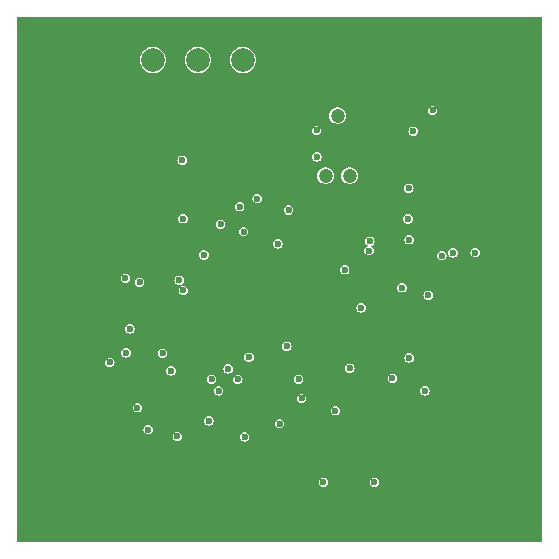
<source format=gbr>
%TF.GenerationSoftware,KiCad,Pcbnew,8.0.1*%
%TF.CreationDate,2024-09-05T15:23:59+02:00*%
%TF.ProjectId,TEP000,54455030-3030-42e6-9b69-6361645f7063,rev?*%
%TF.SameCoordinates,Original*%
%TF.FileFunction,Copper,L3,Inr*%
%TF.FilePolarity,Positive*%
%FSLAX46Y46*%
G04 Gerber Fmt 4.6, Leading zero omitted, Abs format (unit mm)*
G04 Created by KiCad (PCBNEW 8.0.1) date 2024-09-05 15:23:59*
%MOMM*%
%LPD*%
G01*
G04 APERTURE LIST*
G04 Aperture macros list*
%AMRoundRect*
0 Rectangle with rounded corners*
0 $1 Rounding radius*
0 $2 $3 $4 $5 $6 $7 $8 $9 X,Y pos of 4 corners*
0 Add a 4 corners polygon primitive as box body*
4,1,4,$2,$3,$4,$5,$6,$7,$8,$9,$2,$3,0*
0 Add four circle primitives for the rounded corners*
1,1,$1+$1,$2,$3*
1,1,$1+$1,$4,$5*
1,1,$1+$1,$6,$7*
1,1,$1+$1,$8,$9*
0 Add four rect primitives between the rounded corners*
20,1,$1+$1,$2,$3,$4,$5,0*
20,1,$1+$1,$4,$5,$6,$7,0*
20,1,$1+$1,$6,$7,$8,$9,0*
20,1,$1+$1,$8,$9,$2,$3,0*%
G04 Aperture macros list end*
%TA.AperFunction,ComponentPad*%
%ADD10RoundRect,0.500000X-0.500000X-0.500000X0.500000X-0.500000X0.500000X0.500000X-0.500000X0.500000X0*%
%TD*%
%TA.AperFunction,ComponentPad*%
%ADD11C,2.000000*%
%TD*%
%TA.AperFunction,ComponentPad*%
%ADD12C,1.200000*%
%TD*%
%TA.AperFunction,ViaPad*%
%ADD13C,0.600000*%
%TD*%
G04 APERTURE END LIST*
D10*
%TO.N,GND*%
%TO.C,J2*%
X146710400Y-94511800D03*
D11*
%TO.N,MCU_TX*%
X150520400Y-94511800D03*
%TO.N,MCU_RX*%
X154330400Y-94511800D03*
%TO.N,VDC*%
X158140400Y-94511800D03*
%TD*%
D12*
%TO.N,*%
%TO.C,J1*%
X165150800Y-104309000D03*
X167182800Y-104309000D03*
X166166800Y-99229000D03*
%TD*%
D13*
%TO.N,Net-(D1-K)*%
X173558200Y-122529600D03*
X172237400Y-119735600D03*
X168173400Y-115493800D03*
X162864800Y-121539000D03*
X158673800Y-119684800D03*
X152755600Y-113157000D03*
X154863800Y-111023400D03*
X162026600Y-107213400D03*
%TO.N,+3.3VA*%
X153085800Y-107950000D03*
X161112200Y-110074000D03*
X158211435Y-109047365D03*
%TO.N,MCU_RX*%
X175945800Y-110845600D03*
%TO.N,MCU_TX*%
X175006000Y-111074200D03*
%TO.N,OHR_ADC*%
X163118800Y-123164600D03*
X172237400Y-109728000D03*
%TO.N,DAC*%
X172135800Y-107975400D03*
X169291000Y-130251200D03*
%TO.N,Net-(C4-Pad1)*%
X164973000Y-130251200D03*
%TO.N,PDI_CLK*%
X168832940Y-110651283D03*
%TO.N,PDI_DATA*%
X168910000Y-109855000D03*
%TO.N,PDI_CLK*%
X164414200Y-102717600D03*
%TO.N,PDI_DATA*%
X164388800Y-100482400D03*
%TO.N,Net-(C4-Pad1)*%
X149225000Y-123952000D03*
X152603200Y-126390400D03*
%TO.N,Vref*%
X150139400Y-125806200D03*
X155270200Y-125069600D03*
X156916035Y-120665800D03*
%TO.N,+3.3VA*%
X146888200Y-120116600D03*
X151358600Y-119329200D03*
X152069800Y-120827800D03*
X157734000Y-121564400D03*
%TO.N,Net-(C3-Pad2)*%
X156095700Y-122516900D03*
X155498800Y-121539000D03*
X158292800Y-126415800D03*
%TO.N,Net-(D5-A)*%
X165989000Y-124206000D03*
X161264600Y-125298200D03*
X167208200Y-120599200D03*
%TO.N,LED_EN*%
X170815000Y-121462800D03*
X173837600Y-114427000D03*
%TO.N,+3V3*%
X172212000Y-105359200D03*
X177825400Y-110820200D03*
X174218600Y-98780600D03*
X172567600Y-100533200D03*
%TO.N,Net-(D4-A)*%
X161874200Y-118745000D03*
X148259800Y-119303800D03*
%TO.N,Net-(D3-A)*%
X166776400Y-112268000D03*
X148590000Y-117271800D03*
%TO.N,Net-(D2-A)*%
X159359600Y-106248200D03*
X157886400Y-106934000D03*
X156260800Y-108407200D03*
X149412765Y-113334435D03*
%TO.N,Net-(D1-A)*%
X153111200Y-114020600D03*
X148209000Y-112979200D03*
%TO.N,EN_A*%
X171627800Y-113792000D03*
X153011322Y-102998722D03*
%TD*%
%TA.AperFunction,Conductor*%
%TO.N,GND*%
G36*
X183504148Y-90850052D02*
G01*
X183518500Y-90884700D01*
X183518500Y-135285700D01*
X183504148Y-135320348D01*
X183469500Y-135334700D01*
X139068500Y-135334700D01*
X139033852Y-135320348D01*
X139019500Y-135285700D01*
X139019500Y-130251200D01*
X164567508Y-130251200D01*
X164587354Y-130376504D01*
X164587354Y-130376505D01*
X164587355Y-130376507D01*
X164587355Y-130376509D01*
X164644945Y-130489535D01*
X164644950Y-130489542D01*
X164734657Y-130579249D01*
X164734664Y-130579254D01*
X164847691Y-130636844D01*
X164847692Y-130636844D01*
X164847696Y-130636846D01*
X164973000Y-130656692D01*
X165098304Y-130636846D01*
X165098308Y-130636844D01*
X165098309Y-130636844D01*
X165211335Y-130579254D01*
X165211337Y-130579252D01*
X165211342Y-130579250D01*
X165301050Y-130489542D01*
X165301054Y-130489535D01*
X165358644Y-130376509D01*
X165358644Y-130376507D01*
X165358646Y-130376504D01*
X165378492Y-130251200D01*
X168885508Y-130251200D01*
X168905354Y-130376504D01*
X168905354Y-130376505D01*
X168905355Y-130376507D01*
X168905355Y-130376509D01*
X168962945Y-130489535D01*
X168962950Y-130489542D01*
X169052657Y-130579249D01*
X169052664Y-130579254D01*
X169165691Y-130636844D01*
X169165692Y-130636844D01*
X169165696Y-130636846D01*
X169291000Y-130656692D01*
X169416304Y-130636846D01*
X169416308Y-130636844D01*
X169416309Y-130636844D01*
X169529335Y-130579254D01*
X169529337Y-130579252D01*
X169529342Y-130579250D01*
X169619050Y-130489542D01*
X169619054Y-130489535D01*
X169676644Y-130376509D01*
X169676644Y-130376507D01*
X169676646Y-130376504D01*
X169696492Y-130251200D01*
X169676646Y-130125896D01*
X169676644Y-130125892D01*
X169676644Y-130125890D01*
X169619054Y-130012864D01*
X169619049Y-130012857D01*
X169529342Y-129923150D01*
X169529335Y-129923145D01*
X169416308Y-129865555D01*
X169416305Y-129865554D01*
X169416304Y-129865554D01*
X169291000Y-129845708D01*
X169165696Y-129865554D01*
X169165694Y-129865554D01*
X169165692Y-129865555D01*
X169165690Y-129865555D01*
X169052664Y-129923145D01*
X169052657Y-129923150D01*
X168962950Y-130012857D01*
X168962945Y-130012864D01*
X168905355Y-130125890D01*
X168905355Y-130125892D01*
X168905354Y-130125894D01*
X168905354Y-130125896D01*
X168885508Y-130251200D01*
X165378492Y-130251200D01*
X165358646Y-130125896D01*
X165358644Y-130125892D01*
X165358644Y-130125890D01*
X165301054Y-130012864D01*
X165301049Y-130012857D01*
X165211342Y-129923150D01*
X165211335Y-129923145D01*
X165098308Y-129865555D01*
X165098305Y-129865554D01*
X165098304Y-129865554D01*
X164973000Y-129845708D01*
X164847696Y-129865554D01*
X164847694Y-129865554D01*
X164847692Y-129865555D01*
X164847690Y-129865555D01*
X164734664Y-129923145D01*
X164734657Y-129923150D01*
X164644950Y-130012857D01*
X164644945Y-130012864D01*
X164587355Y-130125890D01*
X164587355Y-130125892D01*
X164587354Y-130125894D01*
X164587354Y-130125896D01*
X164567508Y-130251200D01*
X139019500Y-130251200D01*
X139019500Y-126390400D01*
X152197708Y-126390400D01*
X152217554Y-126515704D01*
X152217554Y-126515705D01*
X152217555Y-126515707D01*
X152217555Y-126515709D01*
X152275145Y-126628735D01*
X152275150Y-126628742D01*
X152364857Y-126718449D01*
X152364864Y-126718454D01*
X152477891Y-126776044D01*
X152477892Y-126776044D01*
X152477896Y-126776046D01*
X152603200Y-126795892D01*
X152728504Y-126776046D01*
X152728508Y-126776044D01*
X152728509Y-126776044D01*
X152841535Y-126718454D01*
X152841537Y-126718452D01*
X152841542Y-126718450D01*
X152931250Y-126628742D01*
X152931254Y-126628735D01*
X152988844Y-126515709D01*
X152988844Y-126515707D01*
X152988846Y-126515704D01*
X153004669Y-126415800D01*
X157887308Y-126415800D01*
X157907154Y-126541104D01*
X157907154Y-126541105D01*
X157907155Y-126541107D01*
X157907155Y-126541109D01*
X157964745Y-126654135D01*
X157964750Y-126654142D01*
X158054457Y-126743849D01*
X158054464Y-126743854D01*
X158167491Y-126801444D01*
X158167492Y-126801444D01*
X158167496Y-126801446D01*
X158292800Y-126821292D01*
X158418104Y-126801446D01*
X158418108Y-126801444D01*
X158418109Y-126801444D01*
X158531135Y-126743854D01*
X158531137Y-126743852D01*
X158531142Y-126743850D01*
X158620850Y-126654142D01*
X158633796Y-126628735D01*
X158678444Y-126541109D01*
X158678444Y-126541107D01*
X158678446Y-126541104D01*
X158698292Y-126415800D01*
X158678446Y-126290496D01*
X158678444Y-126290492D01*
X158678444Y-126290490D01*
X158620854Y-126177464D01*
X158620849Y-126177457D01*
X158531142Y-126087750D01*
X158531135Y-126087745D01*
X158418108Y-126030155D01*
X158418105Y-126030154D01*
X158418104Y-126030154D01*
X158292800Y-126010308D01*
X158167496Y-126030154D01*
X158167494Y-126030154D01*
X158167492Y-126030155D01*
X158167490Y-126030155D01*
X158054464Y-126087745D01*
X158054457Y-126087750D01*
X157964750Y-126177457D01*
X157964745Y-126177464D01*
X157907155Y-126290490D01*
X157907155Y-126290492D01*
X157907154Y-126290494D01*
X157907154Y-126290496D01*
X157887308Y-126415800D01*
X153004669Y-126415800D01*
X153008692Y-126390400D01*
X152988846Y-126265096D01*
X152988844Y-126265092D01*
X152988844Y-126265090D01*
X152931254Y-126152064D01*
X152931249Y-126152057D01*
X152841542Y-126062350D01*
X152841535Y-126062345D01*
X152728508Y-126004755D01*
X152728505Y-126004754D01*
X152728504Y-126004754D01*
X152603200Y-125984908D01*
X152477896Y-126004754D01*
X152477894Y-126004754D01*
X152477892Y-126004755D01*
X152477890Y-126004755D01*
X152364864Y-126062345D01*
X152364857Y-126062350D01*
X152275150Y-126152057D01*
X152275145Y-126152064D01*
X152217555Y-126265090D01*
X152217555Y-126265092D01*
X152217554Y-126265094D01*
X152217554Y-126265096D01*
X152197708Y-126390400D01*
X139019500Y-126390400D01*
X139019500Y-125806200D01*
X149733908Y-125806200D01*
X149753754Y-125931504D01*
X149753754Y-125931505D01*
X149753755Y-125931507D01*
X149753755Y-125931509D01*
X149811345Y-126044535D01*
X149811350Y-126044542D01*
X149901057Y-126134249D01*
X149901064Y-126134254D01*
X150014091Y-126191844D01*
X150014092Y-126191844D01*
X150014096Y-126191846D01*
X150139400Y-126211692D01*
X150264704Y-126191846D01*
X150264708Y-126191844D01*
X150264709Y-126191844D01*
X150377735Y-126134254D01*
X150377737Y-126134252D01*
X150377742Y-126134250D01*
X150467450Y-126044542D01*
X150474781Y-126030155D01*
X150525044Y-125931509D01*
X150525044Y-125931507D01*
X150525046Y-125931504D01*
X150544892Y-125806200D01*
X150525046Y-125680896D01*
X150525044Y-125680892D01*
X150525044Y-125680890D01*
X150467454Y-125567864D01*
X150467449Y-125567857D01*
X150377742Y-125478150D01*
X150377735Y-125478145D01*
X150264708Y-125420555D01*
X150264705Y-125420554D01*
X150264704Y-125420554D01*
X150139400Y-125400708D01*
X150014096Y-125420554D01*
X150014094Y-125420554D01*
X150014092Y-125420555D01*
X150014090Y-125420555D01*
X149901064Y-125478145D01*
X149901057Y-125478150D01*
X149811350Y-125567857D01*
X149811345Y-125567864D01*
X149753755Y-125680890D01*
X149753755Y-125680892D01*
X149753754Y-125680894D01*
X149753754Y-125680896D01*
X149733908Y-125806200D01*
X139019500Y-125806200D01*
X139019500Y-125069600D01*
X154864708Y-125069600D01*
X154884554Y-125194904D01*
X154884554Y-125194905D01*
X154884555Y-125194907D01*
X154884555Y-125194909D01*
X154942145Y-125307935D01*
X154942150Y-125307942D01*
X155031857Y-125397649D01*
X155031864Y-125397654D01*
X155144891Y-125455244D01*
X155144892Y-125455244D01*
X155144896Y-125455246D01*
X155270200Y-125475092D01*
X155395504Y-125455246D01*
X155395508Y-125455244D01*
X155395509Y-125455244D01*
X155508535Y-125397654D01*
X155508537Y-125397652D01*
X155508542Y-125397650D01*
X155598250Y-125307942D01*
X155603214Y-125298200D01*
X160859108Y-125298200D01*
X160878954Y-125423504D01*
X160878954Y-125423505D01*
X160878955Y-125423507D01*
X160878955Y-125423509D01*
X160936545Y-125536535D01*
X160936550Y-125536542D01*
X161026257Y-125626249D01*
X161026264Y-125626254D01*
X161139291Y-125683844D01*
X161139292Y-125683844D01*
X161139296Y-125683846D01*
X161264600Y-125703692D01*
X161389904Y-125683846D01*
X161389908Y-125683844D01*
X161389909Y-125683844D01*
X161502935Y-125626254D01*
X161502937Y-125626252D01*
X161502942Y-125626250D01*
X161592650Y-125536542D01*
X161592654Y-125536535D01*
X161650244Y-125423509D01*
X161650244Y-125423507D01*
X161650246Y-125423504D01*
X161670092Y-125298200D01*
X161650246Y-125172896D01*
X161650244Y-125172892D01*
X161650244Y-125172890D01*
X161592654Y-125059864D01*
X161592649Y-125059857D01*
X161502942Y-124970150D01*
X161502935Y-124970145D01*
X161389908Y-124912555D01*
X161389905Y-124912554D01*
X161389904Y-124912554D01*
X161264600Y-124892708D01*
X161139296Y-124912554D01*
X161139294Y-124912554D01*
X161139292Y-124912555D01*
X161139290Y-124912555D01*
X161026264Y-124970145D01*
X161026257Y-124970150D01*
X160936550Y-125059857D01*
X160936545Y-125059864D01*
X160878955Y-125172890D01*
X160878955Y-125172892D01*
X160878954Y-125172894D01*
X160878954Y-125172896D01*
X160859108Y-125298200D01*
X155603214Y-125298200D01*
X155655844Y-125194909D01*
X155655844Y-125194907D01*
X155655846Y-125194904D01*
X155675692Y-125069600D01*
X155655846Y-124944296D01*
X155655844Y-124944292D01*
X155655844Y-124944290D01*
X155598254Y-124831264D01*
X155598249Y-124831257D01*
X155508542Y-124741550D01*
X155508535Y-124741545D01*
X155395508Y-124683955D01*
X155395505Y-124683954D01*
X155395504Y-124683954D01*
X155270200Y-124664108D01*
X155144896Y-124683954D01*
X155144894Y-124683954D01*
X155144892Y-124683955D01*
X155144890Y-124683955D01*
X155031864Y-124741545D01*
X155031857Y-124741550D01*
X154942150Y-124831257D01*
X154942145Y-124831264D01*
X154884555Y-124944290D01*
X154884555Y-124944292D01*
X154884554Y-124944294D01*
X154884554Y-124944296D01*
X154864708Y-125069600D01*
X139019500Y-125069600D01*
X139019500Y-123952000D01*
X148819508Y-123952000D01*
X148839354Y-124077304D01*
X148839354Y-124077305D01*
X148839355Y-124077307D01*
X148839355Y-124077309D01*
X148896945Y-124190335D01*
X148896950Y-124190342D01*
X148986657Y-124280049D01*
X148986664Y-124280054D01*
X149099691Y-124337644D01*
X149099692Y-124337644D01*
X149099696Y-124337646D01*
X149225000Y-124357492D01*
X149350304Y-124337646D01*
X149350308Y-124337644D01*
X149350309Y-124337644D01*
X149463335Y-124280054D01*
X149463337Y-124280052D01*
X149463342Y-124280050D01*
X149537392Y-124206000D01*
X165583508Y-124206000D01*
X165603354Y-124331304D01*
X165603354Y-124331305D01*
X165603355Y-124331307D01*
X165603355Y-124331309D01*
X165660945Y-124444335D01*
X165660950Y-124444342D01*
X165750657Y-124534049D01*
X165750664Y-124534054D01*
X165863691Y-124591644D01*
X165863692Y-124591644D01*
X165863696Y-124591646D01*
X165989000Y-124611492D01*
X166114304Y-124591646D01*
X166114308Y-124591644D01*
X166114309Y-124591644D01*
X166227335Y-124534054D01*
X166227337Y-124534052D01*
X166227342Y-124534050D01*
X166317050Y-124444342D01*
X166317054Y-124444335D01*
X166374644Y-124331309D01*
X166374644Y-124331307D01*
X166374646Y-124331304D01*
X166394492Y-124206000D01*
X166374646Y-124080696D01*
X166374644Y-124080692D01*
X166374644Y-124080690D01*
X166317054Y-123967664D01*
X166317049Y-123967657D01*
X166227342Y-123877950D01*
X166227335Y-123877945D01*
X166114308Y-123820355D01*
X166114305Y-123820354D01*
X166114304Y-123820354D01*
X165989000Y-123800508D01*
X165863696Y-123820354D01*
X165863694Y-123820354D01*
X165863692Y-123820355D01*
X165863690Y-123820355D01*
X165750664Y-123877945D01*
X165750657Y-123877950D01*
X165660950Y-123967657D01*
X165660945Y-123967664D01*
X165603355Y-124080690D01*
X165603355Y-124080692D01*
X165603354Y-124080694D01*
X165603354Y-124080696D01*
X165583508Y-124206000D01*
X149537392Y-124206000D01*
X149553050Y-124190342D01*
X149608921Y-124080690D01*
X149610644Y-124077309D01*
X149610644Y-124077307D01*
X149610646Y-124077304D01*
X149630492Y-123952000D01*
X149610646Y-123826696D01*
X149610644Y-123826692D01*
X149610644Y-123826690D01*
X149553054Y-123713664D01*
X149553049Y-123713657D01*
X149463342Y-123623950D01*
X149463335Y-123623945D01*
X149350308Y-123566355D01*
X149350305Y-123566354D01*
X149350304Y-123566354D01*
X149225000Y-123546508D01*
X149099696Y-123566354D01*
X149099694Y-123566354D01*
X149099692Y-123566355D01*
X149099690Y-123566355D01*
X148986664Y-123623945D01*
X148986657Y-123623950D01*
X148896950Y-123713657D01*
X148896945Y-123713664D01*
X148839355Y-123826690D01*
X148839355Y-123826692D01*
X148839354Y-123826694D01*
X148839354Y-123826696D01*
X148819508Y-123952000D01*
X139019500Y-123952000D01*
X139019500Y-123164600D01*
X162713308Y-123164600D01*
X162733154Y-123289904D01*
X162733154Y-123289905D01*
X162733155Y-123289907D01*
X162733155Y-123289909D01*
X162790745Y-123402935D01*
X162790750Y-123402942D01*
X162880457Y-123492649D01*
X162880464Y-123492654D01*
X162993491Y-123550244D01*
X162993492Y-123550244D01*
X162993496Y-123550246D01*
X163118800Y-123570092D01*
X163244104Y-123550246D01*
X163244108Y-123550244D01*
X163244109Y-123550244D01*
X163357135Y-123492654D01*
X163357137Y-123492652D01*
X163357142Y-123492650D01*
X163446850Y-123402942D01*
X163446854Y-123402935D01*
X163504444Y-123289909D01*
X163504444Y-123289907D01*
X163504446Y-123289904D01*
X163524292Y-123164600D01*
X163504446Y-123039296D01*
X163504444Y-123039292D01*
X163504444Y-123039290D01*
X163446854Y-122926264D01*
X163446849Y-122926257D01*
X163357142Y-122836550D01*
X163357135Y-122836545D01*
X163244108Y-122778955D01*
X163244105Y-122778954D01*
X163244104Y-122778954D01*
X163118800Y-122759108D01*
X162993496Y-122778954D01*
X162993494Y-122778954D01*
X162993492Y-122778955D01*
X162993490Y-122778955D01*
X162880464Y-122836545D01*
X162880457Y-122836550D01*
X162790750Y-122926257D01*
X162790745Y-122926264D01*
X162733155Y-123039290D01*
X162733155Y-123039292D01*
X162733154Y-123039294D01*
X162733154Y-123039296D01*
X162713308Y-123164600D01*
X139019500Y-123164600D01*
X139019500Y-122516900D01*
X155690208Y-122516900D01*
X155710054Y-122642204D01*
X155710054Y-122642205D01*
X155710055Y-122642207D01*
X155710055Y-122642209D01*
X155767645Y-122755235D01*
X155767650Y-122755242D01*
X155857357Y-122844949D01*
X155857364Y-122844954D01*
X155970391Y-122902544D01*
X155970392Y-122902544D01*
X155970396Y-122902546D01*
X156095700Y-122922392D01*
X156221004Y-122902546D01*
X156221008Y-122902544D01*
X156221009Y-122902544D01*
X156334035Y-122844954D01*
X156334037Y-122844952D01*
X156334042Y-122844950D01*
X156423750Y-122755242D01*
X156423754Y-122755235D01*
X156481344Y-122642209D01*
X156481344Y-122642207D01*
X156481346Y-122642204D01*
X156499181Y-122529600D01*
X173152708Y-122529600D01*
X173172554Y-122654904D01*
X173172554Y-122654905D01*
X173172555Y-122654907D01*
X173172555Y-122654909D01*
X173230145Y-122767935D01*
X173230150Y-122767942D01*
X173319857Y-122857649D01*
X173319864Y-122857654D01*
X173432891Y-122915244D01*
X173432892Y-122915244D01*
X173432896Y-122915246D01*
X173558200Y-122935092D01*
X173683504Y-122915246D01*
X173683508Y-122915244D01*
X173683509Y-122915244D01*
X173796535Y-122857654D01*
X173796537Y-122857652D01*
X173796542Y-122857650D01*
X173886250Y-122767942D01*
X173886254Y-122767935D01*
X173943844Y-122654909D01*
X173943844Y-122654907D01*
X173943846Y-122654904D01*
X173963692Y-122529600D01*
X173943846Y-122404296D01*
X173943844Y-122404292D01*
X173943844Y-122404290D01*
X173886254Y-122291264D01*
X173886249Y-122291257D01*
X173796542Y-122201550D01*
X173796535Y-122201545D01*
X173683508Y-122143955D01*
X173683505Y-122143954D01*
X173683504Y-122143954D01*
X173558200Y-122124108D01*
X173432896Y-122143954D01*
X173432894Y-122143954D01*
X173432892Y-122143955D01*
X173432890Y-122143955D01*
X173319864Y-122201545D01*
X173319857Y-122201550D01*
X173230150Y-122291257D01*
X173230145Y-122291264D01*
X173172555Y-122404290D01*
X173172555Y-122404292D01*
X173172554Y-122404294D01*
X173172554Y-122404296D01*
X173152708Y-122529600D01*
X156499181Y-122529600D01*
X156501192Y-122516900D01*
X156481346Y-122391596D01*
X156481344Y-122391592D01*
X156481344Y-122391590D01*
X156423754Y-122278564D01*
X156423749Y-122278557D01*
X156334042Y-122188850D01*
X156334035Y-122188845D01*
X156221008Y-122131255D01*
X156221005Y-122131254D01*
X156221004Y-122131254D01*
X156095700Y-122111408D01*
X155970396Y-122131254D01*
X155970394Y-122131254D01*
X155970392Y-122131255D01*
X155970390Y-122131255D01*
X155857364Y-122188845D01*
X155857357Y-122188850D01*
X155767650Y-122278557D01*
X155767645Y-122278564D01*
X155710055Y-122391590D01*
X155710055Y-122391592D01*
X155710054Y-122391594D01*
X155710054Y-122391596D01*
X155690208Y-122516900D01*
X139019500Y-122516900D01*
X139019500Y-121539000D01*
X155093308Y-121539000D01*
X155113154Y-121664304D01*
X155113154Y-121664305D01*
X155113155Y-121664307D01*
X155113155Y-121664309D01*
X155170745Y-121777335D01*
X155170750Y-121777342D01*
X155260457Y-121867049D01*
X155260464Y-121867054D01*
X155373491Y-121924644D01*
X155373492Y-121924644D01*
X155373496Y-121924646D01*
X155498800Y-121944492D01*
X155624104Y-121924646D01*
X155624108Y-121924644D01*
X155624109Y-121924644D01*
X155737135Y-121867054D01*
X155737137Y-121867052D01*
X155737142Y-121867050D01*
X155826850Y-121777342D01*
X155826854Y-121777335D01*
X155884444Y-121664309D01*
X155884444Y-121664307D01*
X155884446Y-121664304D01*
X155900269Y-121564400D01*
X157328508Y-121564400D01*
X157348354Y-121689704D01*
X157348354Y-121689705D01*
X157348355Y-121689707D01*
X157348355Y-121689709D01*
X157405945Y-121802735D01*
X157405950Y-121802742D01*
X157495657Y-121892449D01*
X157495664Y-121892454D01*
X157608691Y-121950044D01*
X157608692Y-121950044D01*
X157608696Y-121950046D01*
X157734000Y-121969892D01*
X157859304Y-121950046D01*
X157859308Y-121950044D01*
X157859309Y-121950044D01*
X157972335Y-121892454D01*
X157972337Y-121892452D01*
X157972342Y-121892450D01*
X158062050Y-121802742D01*
X158062054Y-121802735D01*
X158119644Y-121689709D01*
X158119644Y-121689707D01*
X158119646Y-121689704D01*
X158139492Y-121564400D01*
X158135469Y-121539000D01*
X162459308Y-121539000D01*
X162479154Y-121664304D01*
X162479154Y-121664305D01*
X162479155Y-121664307D01*
X162479155Y-121664309D01*
X162536745Y-121777335D01*
X162536750Y-121777342D01*
X162626457Y-121867049D01*
X162626464Y-121867054D01*
X162739491Y-121924644D01*
X162739492Y-121924644D01*
X162739496Y-121924646D01*
X162864800Y-121944492D01*
X162990104Y-121924646D01*
X162990108Y-121924644D01*
X162990109Y-121924644D01*
X163103135Y-121867054D01*
X163103137Y-121867052D01*
X163103142Y-121867050D01*
X163192850Y-121777342D01*
X163192854Y-121777335D01*
X163250444Y-121664309D01*
X163250444Y-121664307D01*
X163250446Y-121664304D01*
X163270292Y-121539000D01*
X163258223Y-121462800D01*
X170409508Y-121462800D01*
X170429354Y-121588104D01*
X170429354Y-121588105D01*
X170429355Y-121588107D01*
X170429355Y-121588109D01*
X170486945Y-121701135D01*
X170486950Y-121701142D01*
X170576657Y-121790849D01*
X170576664Y-121790854D01*
X170689691Y-121848444D01*
X170689692Y-121848444D01*
X170689696Y-121848446D01*
X170815000Y-121868292D01*
X170940304Y-121848446D01*
X170940308Y-121848444D01*
X170940309Y-121848444D01*
X171053335Y-121790854D01*
X171053337Y-121790852D01*
X171053342Y-121790850D01*
X171143050Y-121701142D01*
X171143054Y-121701135D01*
X171200644Y-121588109D01*
X171200644Y-121588107D01*
X171200646Y-121588104D01*
X171220492Y-121462800D01*
X171200646Y-121337496D01*
X171200644Y-121337492D01*
X171200644Y-121337490D01*
X171143054Y-121224464D01*
X171143049Y-121224457D01*
X171053342Y-121134750D01*
X171053335Y-121134745D01*
X170940308Y-121077155D01*
X170940305Y-121077154D01*
X170940304Y-121077154D01*
X170815000Y-121057308D01*
X170689696Y-121077154D01*
X170689694Y-121077154D01*
X170689692Y-121077155D01*
X170689690Y-121077155D01*
X170576664Y-121134745D01*
X170576657Y-121134750D01*
X170486950Y-121224457D01*
X170486945Y-121224464D01*
X170429355Y-121337490D01*
X170429355Y-121337492D01*
X170429354Y-121337494D01*
X170429354Y-121337496D01*
X170409508Y-121462800D01*
X163258223Y-121462800D01*
X163250446Y-121413696D01*
X163250444Y-121413692D01*
X163250444Y-121413690D01*
X163192854Y-121300664D01*
X163192849Y-121300657D01*
X163103142Y-121210950D01*
X163103135Y-121210945D01*
X162990108Y-121153355D01*
X162990105Y-121153354D01*
X162990104Y-121153354D01*
X162864800Y-121133508D01*
X162739496Y-121153354D01*
X162739494Y-121153354D01*
X162739492Y-121153355D01*
X162739490Y-121153355D01*
X162626464Y-121210945D01*
X162626457Y-121210950D01*
X162536750Y-121300657D01*
X162536745Y-121300664D01*
X162479155Y-121413690D01*
X162479155Y-121413692D01*
X162479154Y-121413694D01*
X162479154Y-121413696D01*
X162459308Y-121539000D01*
X158135469Y-121539000D01*
X158119646Y-121439096D01*
X158119644Y-121439092D01*
X158119644Y-121439090D01*
X158062054Y-121326064D01*
X158062049Y-121326057D01*
X157972342Y-121236350D01*
X157972335Y-121236345D01*
X157859308Y-121178755D01*
X157859305Y-121178754D01*
X157859304Y-121178754D01*
X157734000Y-121158908D01*
X157608696Y-121178754D01*
X157608694Y-121178754D01*
X157608692Y-121178755D01*
X157608690Y-121178755D01*
X157495664Y-121236345D01*
X157495657Y-121236350D01*
X157405950Y-121326057D01*
X157405945Y-121326064D01*
X157348355Y-121439090D01*
X157348355Y-121439092D01*
X157348354Y-121439094D01*
X157348354Y-121439096D01*
X157328508Y-121564400D01*
X155900269Y-121564400D01*
X155904292Y-121539000D01*
X155884446Y-121413696D01*
X155884444Y-121413692D01*
X155884444Y-121413690D01*
X155826854Y-121300664D01*
X155826849Y-121300657D01*
X155737142Y-121210950D01*
X155737135Y-121210945D01*
X155624108Y-121153355D01*
X155624105Y-121153354D01*
X155624104Y-121153354D01*
X155498800Y-121133508D01*
X155373496Y-121153354D01*
X155373494Y-121153354D01*
X155373492Y-121153355D01*
X155373490Y-121153355D01*
X155260464Y-121210945D01*
X155260457Y-121210950D01*
X155170750Y-121300657D01*
X155170745Y-121300664D01*
X155113155Y-121413690D01*
X155113155Y-121413692D01*
X155113154Y-121413694D01*
X155113154Y-121413696D01*
X155093308Y-121539000D01*
X139019500Y-121539000D01*
X139019500Y-120827800D01*
X151664308Y-120827800D01*
X151684154Y-120953104D01*
X151684154Y-120953105D01*
X151684155Y-120953107D01*
X151684155Y-120953109D01*
X151741745Y-121066135D01*
X151741750Y-121066142D01*
X151831457Y-121155849D01*
X151831464Y-121155854D01*
X151944491Y-121213444D01*
X151944492Y-121213444D01*
X151944496Y-121213446D01*
X152069800Y-121233292D01*
X152195104Y-121213446D01*
X152195108Y-121213444D01*
X152195109Y-121213444D01*
X152308135Y-121155854D01*
X152308137Y-121155852D01*
X152308142Y-121155850D01*
X152397850Y-121066142D01*
X152397854Y-121066135D01*
X152455444Y-120953109D01*
X152455444Y-120953107D01*
X152455446Y-120953104D01*
X152475292Y-120827800D01*
X152455446Y-120702496D01*
X152455444Y-120702492D01*
X152455444Y-120702490D01*
X152436749Y-120665800D01*
X156510543Y-120665800D01*
X156530389Y-120791104D01*
X156530389Y-120791105D01*
X156530390Y-120791107D01*
X156530390Y-120791109D01*
X156587980Y-120904135D01*
X156587985Y-120904142D01*
X156677692Y-120993849D01*
X156677699Y-120993854D01*
X156790726Y-121051444D01*
X156790727Y-121051444D01*
X156790731Y-121051446D01*
X156916035Y-121071292D01*
X157041339Y-121051446D01*
X157041343Y-121051444D01*
X157041344Y-121051444D01*
X157154370Y-120993854D01*
X157154372Y-120993852D01*
X157154377Y-120993850D01*
X157244085Y-120904142D01*
X157278020Y-120837542D01*
X157301679Y-120791109D01*
X157301679Y-120791107D01*
X157301681Y-120791104D01*
X157321527Y-120665800D01*
X157310979Y-120599200D01*
X166802708Y-120599200D01*
X166822554Y-120724504D01*
X166822554Y-120724505D01*
X166822555Y-120724507D01*
X166822555Y-120724509D01*
X166880145Y-120837535D01*
X166880150Y-120837542D01*
X166969857Y-120927249D01*
X166969864Y-120927254D01*
X167082891Y-120984844D01*
X167082892Y-120984844D01*
X167082896Y-120984846D01*
X167208200Y-121004692D01*
X167333504Y-120984846D01*
X167333508Y-120984844D01*
X167333509Y-120984844D01*
X167446535Y-120927254D01*
X167446537Y-120927252D01*
X167446542Y-120927250D01*
X167536250Y-120837542D01*
X167559910Y-120791107D01*
X167593844Y-120724509D01*
X167593844Y-120724507D01*
X167593846Y-120724504D01*
X167613692Y-120599200D01*
X167593846Y-120473896D01*
X167593844Y-120473892D01*
X167593844Y-120473890D01*
X167536254Y-120360864D01*
X167536249Y-120360857D01*
X167446542Y-120271150D01*
X167446535Y-120271145D01*
X167333508Y-120213555D01*
X167333505Y-120213554D01*
X167333504Y-120213554D01*
X167208200Y-120193708D01*
X167082896Y-120213554D01*
X167082894Y-120213554D01*
X167082892Y-120213555D01*
X167082890Y-120213555D01*
X166969864Y-120271145D01*
X166969857Y-120271150D01*
X166880150Y-120360857D01*
X166880145Y-120360864D01*
X166822555Y-120473890D01*
X166822555Y-120473892D01*
X166822554Y-120473894D01*
X166822554Y-120473896D01*
X166802708Y-120599200D01*
X157310979Y-120599200D01*
X157301681Y-120540496D01*
X157301679Y-120540492D01*
X157301679Y-120540490D01*
X157244089Y-120427464D01*
X157244084Y-120427457D01*
X157154377Y-120337750D01*
X157154370Y-120337745D01*
X157041343Y-120280155D01*
X157041340Y-120280154D01*
X157041339Y-120280154D01*
X156916035Y-120260308D01*
X156790731Y-120280154D01*
X156790729Y-120280154D01*
X156790727Y-120280155D01*
X156790725Y-120280155D01*
X156677699Y-120337745D01*
X156677692Y-120337750D01*
X156587985Y-120427457D01*
X156587980Y-120427464D01*
X156530390Y-120540490D01*
X156530390Y-120540492D01*
X156530389Y-120540494D01*
X156530389Y-120540496D01*
X156510543Y-120665800D01*
X152436749Y-120665800D01*
X152397854Y-120589464D01*
X152397849Y-120589457D01*
X152308142Y-120499750D01*
X152308135Y-120499745D01*
X152195108Y-120442155D01*
X152195105Y-120442154D01*
X152195104Y-120442154D01*
X152069800Y-120422308D01*
X151944496Y-120442154D01*
X151944494Y-120442154D01*
X151944492Y-120442155D01*
X151944490Y-120442155D01*
X151831464Y-120499745D01*
X151831457Y-120499750D01*
X151741750Y-120589457D01*
X151741745Y-120589464D01*
X151684155Y-120702490D01*
X151684155Y-120702492D01*
X151684154Y-120702494D01*
X151684154Y-120702496D01*
X151664308Y-120827800D01*
X139019500Y-120827800D01*
X139019500Y-120116600D01*
X146482708Y-120116600D01*
X146502554Y-120241904D01*
X146502554Y-120241905D01*
X146502555Y-120241907D01*
X146502555Y-120241909D01*
X146560145Y-120354935D01*
X146560150Y-120354942D01*
X146649857Y-120444649D01*
X146649864Y-120444654D01*
X146762891Y-120502244D01*
X146762892Y-120502244D01*
X146762896Y-120502246D01*
X146888200Y-120522092D01*
X147013504Y-120502246D01*
X147013508Y-120502244D01*
X147013509Y-120502244D01*
X147126535Y-120444654D01*
X147126537Y-120444652D01*
X147126542Y-120444650D01*
X147216250Y-120354942D01*
X147225010Y-120337750D01*
X147273844Y-120241909D01*
X147273844Y-120241907D01*
X147273846Y-120241904D01*
X147293692Y-120116600D01*
X147273846Y-119991296D01*
X147273844Y-119991292D01*
X147273844Y-119991290D01*
X147216254Y-119878264D01*
X147216249Y-119878257D01*
X147126542Y-119788550D01*
X147126535Y-119788545D01*
X147013508Y-119730955D01*
X147013505Y-119730954D01*
X147013504Y-119730954D01*
X146888200Y-119711108D01*
X146762896Y-119730954D01*
X146762894Y-119730954D01*
X146762892Y-119730955D01*
X146762890Y-119730955D01*
X146649864Y-119788545D01*
X146649857Y-119788550D01*
X146560150Y-119878257D01*
X146560145Y-119878264D01*
X146502555Y-119991290D01*
X146502555Y-119991292D01*
X146502554Y-119991294D01*
X146502554Y-119991296D01*
X146482708Y-120116600D01*
X139019500Y-120116600D01*
X139019500Y-119303800D01*
X147854308Y-119303800D01*
X147874154Y-119429104D01*
X147874154Y-119429105D01*
X147874155Y-119429107D01*
X147874155Y-119429109D01*
X147931745Y-119542135D01*
X147931750Y-119542142D01*
X148021457Y-119631849D01*
X148021464Y-119631854D01*
X148134491Y-119689444D01*
X148134492Y-119689444D01*
X148134496Y-119689446D01*
X148259800Y-119709292D01*
X148385104Y-119689446D01*
X148385108Y-119689444D01*
X148385109Y-119689444D01*
X148498135Y-119631854D01*
X148498137Y-119631852D01*
X148498142Y-119631850D01*
X148587850Y-119542142D01*
X148610720Y-119497258D01*
X148645444Y-119429109D01*
X148645444Y-119429107D01*
X148645446Y-119429104D01*
X148661269Y-119329200D01*
X150953108Y-119329200D01*
X150972954Y-119454504D01*
X150972954Y-119454505D01*
X150972955Y-119454507D01*
X150972955Y-119454509D01*
X151030545Y-119567535D01*
X151030550Y-119567542D01*
X151120257Y-119657249D01*
X151120264Y-119657254D01*
X151233291Y-119714844D01*
X151233292Y-119714844D01*
X151233296Y-119714846D01*
X151358600Y-119734692D01*
X151483904Y-119714846D01*
X151483908Y-119714844D01*
X151483909Y-119714844D01*
X151542873Y-119684800D01*
X158268308Y-119684800D01*
X158288154Y-119810104D01*
X158288154Y-119810105D01*
X158288155Y-119810107D01*
X158288155Y-119810109D01*
X158345745Y-119923135D01*
X158345750Y-119923142D01*
X158435457Y-120012849D01*
X158435464Y-120012854D01*
X158548491Y-120070444D01*
X158548492Y-120070444D01*
X158548496Y-120070446D01*
X158673800Y-120090292D01*
X158799104Y-120070446D01*
X158799108Y-120070444D01*
X158799109Y-120070444D01*
X158912135Y-120012854D01*
X158912137Y-120012852D01*
X158912142Y-120012850D01*
X159001850Y-119923142D01*
X159024720Y-119878258D01*
X159059444Y-119810109D01*
X159059444Y-119810107D01*
X159059446Y-119810104D01*
X159071246Y-119735600D01*
X171831908Y-119735600D01*
X171851754Y-119860904D01*
X171851754Y-119860905D01*
X171851755Y-119860907D01*
X171851755Y-119860909D01*
X171909345Y-119973935D01*
X171909350Y-119973942D01*
X171999057Y-120063649D01*
X171999064Y-120063654D01*
X172112091Y-120121244D01*
X172112092Y-120121244D01*
X172112096Y-120121246D01*
X172237400Y-120141092D01*
X172362704Y-120121246D01*
X172362708Y-120121244D01*
X172362709Y-120121244D01*
X172475735Y-120063654D01*
X172475737Y-120063652D01*
X172475742Y-120063650D01*
X172565450Y-119973942D01*
X172614204Y-119878258D01*
X172623044Y-119860909D01*
X172623044Y-119860907D01*
X172623046Y-119860904D01*
X172642892Y-119735600D01*
X172623046Y-119610296D01*
X172623044Y-119610292D01*
X172623044Y-119610290D01*
X172565454Y-119497264D01*
X172565449Y-119497257D01*
X172475742Y-119407550D01*
X172475735Y-119407545D01*
X172362708Y-119349955D01*
X172362705Y-119349954D01*
X172362704Y-119349954D01*
X172237400Y-119330108D01*
X172112096Y-119349954D01*
X172112094Y-119349954D01*
X172112092Y-119349955D01*
X172112090Y-119349955D01*
X171999064Y-119407545D01*
X171999057Y-119407550D01*
X171909350Y-119497257D01*
X171909345Y-119497264D01*
X171851755Y-119610290D01*
X171851755Y-119610292D01*
X171851754Y-119610294D01*
X171851754Y-119610296D01*
X171831908Y-119735600D01*
X159071246Y-119735600D01*
X159079292Y-119684800D01*
X159059446Y-119559496D01*
X159059444Y-119559492D01*
X159059444Y-119559490D01*
X159001854Y-119446464D01*
X159001849Y-119446457D01*
X158912142Y-119356750D01*
X158912135Y-119356745D01*
X158799108Y-119299155D01*
X158799105Y-119299154D01*
X158799104Y-119299154D01*
X158673800Y-119279308D01*
X158548496Y-119299154D01*
X158548494Y-119299154D01*
X158548492Y-119299155D01*
X158548490Y-119299155D01*
X158435464Y-119356745D01*
X158435457Y-119356750D01*
X158345750Y-119446457D01*
X158345745Y-119446464D01*
X158288155Y-119559490D01*
X158288155Y-119559492D01*
X158288154Y-119559494D01*
X158288154Y-119559496D01*
X158268308Y-119684800D01*
X151542873Y-119684800D01*
X151596935Y-119657254D01*
X151596937Y-119657252D01*
X151596942Y-119657250D01*
X151686650Y-119567542D01*
X151722462Y-119497258D01*
X151744244Y-119454509D01*
X151744244Y-119454507D01*
X151744246Y-119454504D01*
X151764092Y-119329200D01*
X151744246Y-119203896D01*
X151744244Y-119203892D01*
X151744244Y-119203890D01*
X151686654Y-119090864D01*
X151686649Y-119090857D01*
X151596942Y-119001150D01*
X151596935Y-119001145D01*
X151483908Y-118943555D01*
X151483905Y-118943554D01*
X151483904Y-118943554D01*
X151358600Y-118923708D01*
X151233296Y-118943554D01*
X151233294Y-118943554D01*
X151233292Y-118943555D01*
X151233290Y-118943555D01*
X151120264Y-119001145D01*
X151120257Y-119001150D01*
X151030550Y-119090857D01*
X151030545Y-119090864D01*
X150972955Y-119203890D01*
X150972955Y-119203892D01*
X150972954Y-119203894D01*
X150972954Y-119203896D01*
X150953108Y-119329200D01*
X148661269Y-119329200D01*
X148665292Y-119303800D01*
X148645446Y-119178496D01*
X148645444Y-119178492D01*
X148645444Y-119178490D01*
X148587854Y-119065464D01*
X148587849Y-119065457D01*
X148498142Y-118975750D01*
X148498135Y-118975745D01*
X148385108Y-118918155D01*
X148385105Y-118918154D01*
X148385104Y-118918154D01*
X148259800Y-118898308D01*
X148134496Y-118918154D01*
X148134494Y-118918154D01*
X148134492Y-118918155D01*
X148134490Y-118918155D01*
X148021464Y-118975745D01*
X148021457Y-118975750D01*
X147931750Y-119065457D01*
X147931745Y-119065464D01*
X147874155Y-119178490D01*
X147874155Y-119178492D01*
X147874154Y-119178494D01*
X147874154Y-119178496D01*
X147854308Y-119303800D01*
X139019500Y-119303800D01*
X139019500Y-118745000D01*
X161468708Y-118745000D01*
X161488554Y-118870304D01*
X161488554Y-118870305D01*
X161488555Y-118870307D01*
X161488555Y-118870309D01*
X161546145Y-118983335D01*
X161546150Y-118983342D01*
X161635857Y-119073049D01*
X161635864Y-119073054D01*
X161748891Y-119130644D01*
X161748892Y-119130644D01*
X161748896Y-119130646D01*
X161874200Y-119150492D01*
X161999504Y-119130646D01*
X161999508Y-119130644D01*
X161999509Y-119130644D01*
X162112535Y-119073054D01*
X162112537Y-119073052D01*
X162112542Y-119073050D01*
X162202250Y-118983342D01*
X162202254Y-118983335D01*
X162259844Y-118870309D01*
X162259844Y-118870307D01*
X162259846Y-118870304D01*
X162279692Y-118745000D01*
X162259846Y-118619696D01*
X162259844Y-118619692D01*
X162259844Y-118619690D01*
X162202254Y-118506664D01*
X162202249Y-118506657D01*
X162112542Y-118416950D01*
X162112535Y-118416945D01*
X161999508Y-118359355D01*
X161999505Y-118359354D01*
X161999504Y-118359354D01*
X161874200Y-118339508D01*
X161748896Y-118359354D01*
X161748894Y-118359354D01*
X161748892Y-118359355D01*
X161748890Y-118359355D01*
X161635864Y-118416945D01*
X161635857Y-118416950D01*
X161546150Y-118506657D01*
X161546145Y-118506664D01*
X161488555Y-118619690D01*
X161488555Y-118619692D01*
X161488554Y-118619694D01*
X161488554Y-118619696D01*
X161468708Y-118745000D01*
X139019500Y-118745000D01*
X139019500Y-117271800D01*
X148184508Y-117271800D01*
X148204354Y-117397104D01*
X148204354Y-117397105D01*
X148204355Y-117397107D01*
X148204355Y-117397109D01*
X148261945Y-117510135D01*
X148261950Y-117510142D01*
X148351657Y-117599849D01*
X148351664Y-117599854D01*
X148464691Y-117657444D01*
X148464692Y-117657444D01*
X148464696Y-117657446D01*
X148590000Y-117677292D01*
X148715304Y-117657446D01*
X148715308Y-117657444D01*
X148715309Y-117657444D01*
X148828335Y-117599854D01*
X148828337Y-117599852D01*
X148828342Y-117599850D01*
X148918050Y-117510142D01*
X148918054Y-117510135D01*
X148975644Y-117397109D01*
X148975644Y-117397107D01*
X148975646Y-117397104D01*
X148995492Y-117271800D01*
X148975646Y-117146496D01*
X148975644Y-117146492D01*
X148975644Y-117146490D01*
X148918054Y-117033464D01*
X148918049Y-117033457D01*
X148828342Y-116943750D01*
X148828335Y-116943745D01*
X148715308Y-116886155D01*
X148715305Y-116886154D01*
X148715304Y-116886154D01*
X148590000Y-116866308D01*
X148464696Y-116886154D01*
X148464694Y-116886154D01*
X148464692Y-116886155D01*
X148464690Y-116886155D01*
X148351664Y-116943745D01*
X148351657Y-116943750D01*
X148261950Y-117033457D01*
X148261945Y-117033464D01*
X148204355Y-117146490D01*
X148204355Y-117146492D01*
X148204354Y-117146494D01*
X148204354Y-117146496D01*
X148184508Y-117271800D01*
X139019500Y-117271800D01*
X139019500Y-115493800D01*
X167767908Y-115493800D01*
X167787754Y-115619104D01*
X167787754Y-115619105D01*
X167787755Y-115619107D01*
X167787755Y-115619109D01*
X167845345Y-115732135D01*
X167845350Y-115732142D01*
X167935057Y-115821849D01*
X167935064Y-115821854D01*
X168048091Y-115879444D01*
X168048092Y-115879444D01*
X168048096Y-115879446D01*
X168173400Y-115899292D01*
X168298704Y-115879446D01*
X168298708Y-115879444D01*
X168298709Y-115879444D01*
X168411735Y-115821854D01*
X168411737Y-115821852D01*
X168411742Y-115821850D01*
X168501450Y-115732142D01*
X168501454Y-115732135D01*
X168559044Y-115619109D01*
X168559044Y-115619107D01*
X168559046Y-115619104D01*
X168578892Y-115493800D01*
X168559046Y-115368496D01*
X168559044Y-115368492D01*
X168559044Y-115368490D01*
X168501454Y-115255464D01*
X168501449Y-115255457D01*
X168411742Y-115165750D01*
X168411735Y-115165745D01*
X168298708Y-115108155D01*
X168298705Y-115108154D01*
X168298704Y-115108154D01*
X168173400Y-115088308D01*
X168048096Y-115108154D01*
X168048094Y-115108154D01*
X168048092Y-115108155D01*
X168048090Y-115108155D01*
X167935064Y-115165745D01*
X167935057Y-115165750D01*
X167845350Y-115255457D01*
X167845345Y-115255464D01*
X167787755Y-115368490D01*
X167787755Y-115368492D01*
X167787754Y-115368494D01*
X167787754Y-115368496D01*
X167767908Y-115493800D01*
X139019500Y-115493800D01*
X139019500Y-114427000D01*
X173432108Y-114427000D01*
X173451954Y-114552304D01*
X173451954Y-114552305D01*
X173451955Y-114552307D01*
X173451955Y-114552309D01*
X173509545Y-114665335D01*
X173509550Y-114665342D01*
X173599257Y-114755049D01*
X173599264Y-114755054D01*
X173712291Y-114812644D01*
X173712292Y-114812644D01*
X173712296Y-114812646D01*
X173837600Y-114832492D01*
X173962904Y-114812646D01*
X173962908Y-114812644D01*
X173962909Y-114812644D01*
X174075935Y-114755054D01*
X174075937Y-114755052D01*
X174075942Y-114755050D01*
X174165650Y-114665342D01*
X174165654Y-114665335D01*
X174223244Y-114552309D01*
X174223244Y-114552307D01*
X174223246Y-114552304D01*
X174243092Y-114427000D01*
X174223246Y-114301696D01*
X174223244Y-114301692D01*
X174223244Y-114301690D01*
X174165654Y-114188664D01*
X174165649Y-114188657D01*
X174075942Y-114098950D01*
X174075935Y-114098945D01*
X173962908Y-114041355D01*
X173962905Y-114041354D01*
X173962904Y-114041354D01*
X173837600Y-114021508D01*
X173712296Y-114041354D01*
X173712294Y-114041354D01*
X173712292Y-114041355D01*
X173712290Y-114041355D01*
X173599264Y-114098945D01*
X173599257Y-114098950D01*
X173509550Y-114188657D01*
X173509545Y-114188664D01*
X173451955Y-114301690D01*
X173451955Y-114301692D01*
X173451954Y-114301694D01*
X173451954Y-114301696D01*
X173432108Y-114427000D01*
X139019500Y-114427000D01*
X139019500Y-114020600D01*
X152705708Y-114020600D01*
X152725554Y-114145904D01*
X152725554Y-114145905D01*
X152725555Y-114145907D01*
X152725555Y-114145909D01*
X152783145Y-114258935D01*
X152783150Y-114258942D01*
X152872857Y-114348649D01*
X152872864Y-114348654D01*
X152985891Y-114406244D01*
X152985892Y-114406244D01*
X152985896Y-114406246D01*
X153111200Y-114426092D01*
X153236504Y-114406246D01*
X153236508Y-114406244D01*
X153236509Y-114406244D01*
X153349535Y-114348654D01*
X153349537Y-114348652D01*
X153349542Y-114348650D01*
X153439250Y-114258942D01*
X153439254Y-114258935D01*
X153496844Y-114145909D01*
X153496844Y-114145907D01*
X153496846Y-114145904D01*
X153516692Y-114020600D01*
X153496846Y-113895296D01*
X153496844Y-113895292D01*
X153496844Y-113895290D01*
X153444215Y-113792000D01*
X171222308Y-113792000D01*
X171242154Y-113917304D01*
X171242154Y-113917305D01*
X171242155Y-113917307D01*
X171242155Y-113917309D01*
X171299745Y-114030335D01*
X171299750Y-114030342D01*
X171389457Y-114120049D01*
X171389464Y-114120054D01*
X171502491Y-114177644D01*
X171502492Y-114177644D01*
X171502496Y-114177646D01*
X171627800Y-114197492D01*
X171753104Y-114177646D01*
X171753108Y-114177644D01*
X171753109Y-114177644D01*
X171866135Y-114120054D01*
X171866137Y-114120052D01*
X171866142Y-114120050D01*
X171955850Y-114030342D01*
X171955854Y-114030335D01*
X172013444Y-113917309D01*
X172013444Y-113917307D01*
X172013446Y-113917304D01*
X172033292Y-113792000D01*
X172013446Y-113666696D01*
X172013444Y-113666692D01*
X172013444Y-113666690D01*
X171955854Y-113553664D01*
X171955849Y-113553657D01*
X171866142Y-113463950D01*
X171866135Y-113463945D01*
X171753108Y-113406355D01*
X171753105Y-113406354D01*
X171753104Y-113406354D01*
X171627800Y-113386508D01*
X171502496Y-113406354D01*
X171502494Y-113406354D01*
X171502492Y-113406355D01*
X171502490Y-113406355D01*
X171389464Y-113463945D01*
X171389457Y-113463950D01*
X171299750Y-113553657D01*
X171299745Y-113553664D01*
X171242155Y-113666690D01*
X171242155Y-113666692D01*
X171242154Y-113666694D01*
X171242154Y-113666696D01*
X171222308Y-113792000D01*
X153444215Y-113792000D01*
X153439254Y-113782264D01*
X153439249Y-113782257D01*
X153349542Y-113692550D01*
X153349535Y-113692545D01*
X153236508Y-113634955D01*
X153236505Y-113634954D01*
X153236504Y-113634954D01*
X153111200Y-113615108D01*
X152985896Y-113634954D01*
X152985894Y-113634954D01*
X152985892Y-113634955D01*
X152985890Y-113634955D01*
X152872864Y-113692545D01*
X152872857Y-113692550D01*
X152783150Y-113782257D01*
X152783145Y-113782264D01*
X152725555Y-113895290D01*
X152725555Y-113895292D01*
X152725554Y-113895294D01*
X152725554Y-113895296D01*
X152705708Y-114020600D01*
X139019500Y-114020600D01*
X139019500Y-112979200D01*
X147803508Y-112979200D01*
X147823354Y-113104504D01*
X147823354Y-113104505D01*
X147823355Y-113104507D01*
X147823355Y-113104509D01*
X147880945Y-113217535D01*
X147880950Y-113217542D01*
X147970657Y-113307249D01*
X147970664Y-113307254D01*
X148083691Y-113364844D01*
X148083692Y-113364844D01*
X148083696Y-113364846D01*
X148209000Y-113384692D01*
X148334304Y-113364846D01*
X148334308Y-113364844D01*
X148334309Y-113364844D01*
X148393990Y-113334435D01*
X149007273Y-113334435D01*
X149027119Y-113459739D01*
X149027119Y-113459740D01*
X149027120Y-113459742D01*
X149027120Y-113459744D01*
X149084710Y-113572770D01*
X149084715Y-113572777D01*
X149174422Y-113662484D01*
X149174429Y-113662489D01*
X149287456Y-113720079D01*
X149287457Y-113720079D01*
X149287461Y-113720081D01*
X149412765Y-113739927D01*
X149538069Y-113720081D01*
X149538073Y-113720079D01*
X149538074Y-113720079D01*
X149651100Y-113662489D01*
X149651102Y-113662487D01*
X149651107Y-113662485D01*
X149740815Y-113572777D01*
X149740819Y-113572770D01*
X149798409Y-113459744D01*
X149798409Y-113459742D01*
X149798411Y-113459739D01*
X149818257Y-113334435D01*
X149798411Y-113209131D01*
X149798409Y-113209127D01*
X149798409Y-113209125D01*
X149771850Y-113157000D01*
X152350108Y-113157000D01*
X152369954Y-113282304D01*
X152369954Y-113282305D01*
X152369955Y-113282307D01*
X152369955Y-113282309D01*
X152427545Y-113395335D01*
X152427550Y-113395342D01*
X152517257Y-113485049D01*
X152517264Y-113485054D01*
X152630291Y-113542644D01*
X152630292Y-113542644D01*
X152630296Y-113542646D01*
X152755600Y-113562492D01*
X152880904Y-113542646D01*
X152880908Y-113542644D01*
X152880909Y-113542644D01*
X152993935Y-113485054D01*
X152993937Y-113485052D01*
X152993942Y-113485050D01*
X153083650Y-113395342D01*
X153083654Y-113395335D01*
X153141244Y-113282309D01*
X153141244Y-113282307D01*
X153141246Y-113282304D01*
X153161092Y-113157000D01*
X153141246Y-113031696D01*
X153141244Y-113031692D01*
X153141244Y-113031690D01*
X153083654Y-112918664D01*
X153083649Y-112918657D01*
X152993942Y-112828950D01*
X152993935Y-112828945D01*
X152880908Y-112771355D01*
X152880905Y-112771354D01*
X152880904Y-112771354D01*
X152755600Y-112751508D01*
X152630296Y-112771354D01*
X152630294Y-112771354D01*
X152630292Y-112771355D01*
X152630290Y-112771355D01*
X152517264Y-112828945D01*
X152517257Y-112828950D01*
X152427550Y-112918657D01*
X152427545Y-112918664D01*
X152369955Y-113031690D01*
X152369955Y-113031692D01*
X152369954Y-113031694D01*
X152369954Y-113031696D01*
X152350108Y-113157000D01*
X149771850Y-113157000D01*
X149740819Y-113096099D01*
X149740814Y-113096092D01*
X149651107Y-113006385D01*
X149651100Y-113006380D01*
X149538073Y-112948790D01*
X149538070Y-112948789D01*
X149538069Y-112948789D01*
X149412765Y-112928943D01*
X149287461Y-112948789D01*
X149287459Y-112948789D01*
X149287457Y-112948790D01*
X149287455Y-112948790D01*
X149174429Y-113006380D01*
X149174422Y-113006385D01*
X149084715Y-113096092D01*
X149084710Y-113096099D01*
X149027120Y-113209125D01*
X149027120Y-113209127D01*
X149027119Y-113209129D01*
X149027119Y-113209131D01*
X149007273Y-113334435D01*
X148393990Y-113334435D01*
X148447335Y-113307254D01*
X148447337Y-113307252D01*
X148447342Y-113307250D01*
X148537050Y-113217542D01*
X148567898Y-113157000D01*
X148594644Y-113104509D01*
X148594644Y-113104507D01*
X148594646Y-113104504D01*
X148614492Y-112979200D01*
X148594646Y-112853896D01*
X148594644Y-112853892D01*
X148594644Y-112853890D01*
X148537054Y-112740864D01*
X148537049Y-112740857D01*
X148447342Y-112651150D01*
X148447335Y-112651145D01*
X148334308Y-112593555D01*
X148334305Y-112593554D01*
X148334304Y-112593554D01*
X148209000Y-112573708D01*
X148083696Y-112593554D01*
X148083694Y-112593554D01*
X148083692Y-112593555D01*
X148083690Y-112593555D01*
X147970664Y-112651145D01*
X147970657Y-112651150D01*
X147880950Y-112740857D01*
X147880945Y-112740864D01*
X147823355Y-112853890D01*
X147823355Y-112853892D01*
X147823354Y-112853894D01*
X147823354Y-112853896D01*
X147803508Y-112979200D01*
X139019500Y-112979200D01*
X139019500Y-112268000D01*
X166370908Y-112268000D01*
X166390754Y-112393304D01*
X166390754Y-112393305D01*
X166390755Y-112393307D01*
X166390755Y-112393309D01*
X166448345Y-112506335D01*
X166448350Y-112506342D01*
X166538057Y-112596049D01*
X166538064Y-112596054D01*
X166651091Y-112653644D01*
X166651092Y-112653644D01*
X166651096Y-112653646D01*
X166776400Y-112673492D01*
X166901704Y-112653646D01*
X166901708Y-112653644D01*
X166901709Y-112653644D01*
X167014735Y-112596054D01*
X167014737Y-112596052D01*
X167014742Y-112596050D01*
X167104450Y-112506342D01*
X167104454Y-112506335D01*
X167162044Y-112393309D01*
X167162044Y-112393307D01*
X167162046Y-112393304D01*
X167181892Y-112268000D01*
X167162046Y-112142696D01*
X167162044Y-112142692D01*
X167162044Y-112142690D01*
X167104454Y-112029664D01*
X167104449Y-112029657D01*
X167014742Y-111939950D01*
X167014735Y-111939945D01*
X166901708Y-111882355D01*
X166901705Y-111882354D01*
X166901704Y-111882354D01*
X166776400Y-111862508D01*
X166651096Y-111882354D01*
X166651094Y-111882354D01*
X166651092Y-111882355D01*
X166651090Y-111882355D01*
X166538064Y-111939945D01*
X166538057Y-111939950D01*
X166448350Y-112029657D01*
X166448345Y-112029664D01*
X166390755Y-112142690D01*
X166390755Y-112142692D01*
X166390754Y-112142694D01*
X166390754Y-112142696D01*
X166370908Y-112268000D01*
X139019500Y-112268000D01*
X139019500Y-111023400D01*
X154458308Y-111023400D01*
X154478154Y-111148704D01*
X154478154Y-111148705D01*
X154478155Y-111148707D01*
X154478155Y-111148709D01*
X154535745Y-111261735D01*
X154535750Y-111261742D01*
X154625457Y-111351449D01*
X154625464Y-111351454D01*
X154738491Y-111409044D01*
X154738492Y-111409044D01*
X154738496Y-111409046D01*
X154863800Y-111428892D01*
X154989104Y-111409046D01*
X154989108Y-111409044D01*
X154989109Y-111409044D01*
X155102135Y-111351454D01*
X155102137Y-111351452D01*
X155102142Y-111351450D01*
X155191850Y-111261742D01*
X155191854Y-111261735D01*
X155249444Y-111148709D01*
X155249444Y-111148707D01*
X155249446Y-111148704D01*
X155261246Y-111074200D01*
X174600508Y-111074200D01*
X174620354Y-111199504D01*
X174620354Y-111199505D01*
X174620355Y-111199507D01*
X174620355Y-111199509D01*
X174677945Y-111312535D01*
X174677950Y-111312542D01*
X174767657Y-111402249D01*
X174767664Y-111402254D01*
X174880691Y-111459844D01*
X174880692Y-111459844D01*
X174880696Y-111459846D01*
X175006000Y-111479692D01*
X175131304Y-111459846D01*
X175131308Y-111459844D01*
X175131309Y-111459844D01*
X175244335Y-111402254D01*
X175244337Y-111402252D01*
X175244342Y-111402250D01*
X175334050Y-111312542D01*
X175359938Y-111261735D01*
X175391644Y-111199509D01*
X175391644Y-111199507D01*
X175391646Y-111199504D01*
X175411492Y-111074200D01*
X175391646Y-110948896D01*
X175391644Y-110948892D01*
X175391644Y-110948890D01*
X175339015Y-110845600D01*
X175540308Y-110845600D01*
X175560154Y-110970904D01*
X175560154Y-110970905D01*
X175560155Y-110970907D01*
X175560155Y-110970909D01*
X175617745Y-111083935D01*
X175617750Y-111083942D01*
X175707457Y-111173649D01*
X175707464Y-111173654D01*
X175820491Y-111231244D01*
X175820492Y-111231244D01*
X175820496Y-111231246D01*
X175945800Y-111251092D01*
X176071104Y-111231246D01*
X176071108Y-111231244D01*
X176071109Y-111231244D01*
X176184135Y-111173654D01*
X176184137Y-111173652D01*
X176184142Y-111173650D01*
X176273850Y-111083942D01*
X176286796Y-111058535D01*
X176331444Y-110970909D01*
X176331444Y-110970907D01*
X176331446Y-110970904D01*
X176351292Y-110845600D01*
X176347269Y-110820200D01*
X177419908Y-110820200D01*
X177439754Y-110945504D01*
X177439754Y-110945505D01*
X177439755Y-110945507D01*
X177439755Y-110945509D01*
X177497345Y-111058535D01*
X177497350Y-111058542D01*
X177587057Y-111148249D01*
X177587064Y-111148254D01*
X177700091Y-111205844D01*
X177700092Y-111205844D01*
X177700096Y-111205846D01*
X177825400Y-111225692D01*
X177950704Y-111205846D01*
X177950708Y-111205844D01*
X177950709Y-111205844D01*
X178063735Y-111148254D01*
X178063737Y-111148252D01*
X178063742Y-111148250D01*
X178153450Y-111058542D01*
X178153454Y-111058535D01*
X178211044Y-110945509D01*
X178211044Y-110945507D01*
X178211046Y-110945504D01*
X178230892Y-110820200D01*
X178211046Y-110694896D01*
X178211044Y-110694892D01*
X178211044Y-110694890D01*
X178153454Y-110581864D01*
X178153449Y-110581857D01*
X178063742Y-110492150D01*
X178063735Y-110492145D01*
X177950708Y-110434555D01*
X177950705Y-110434554D01*
X177950704Y-110434554D01*
X177825400Y-110414708D01*
X177700096Y-110434554D01*
X177700094Y-110434554D01*
X177700092Y-110434555D01*
X177700090Y-110434555D01*
X177587064Y-110492145D01*
X177587057Y-110492150D01*
X177497350Y-110581857D01*
X177497345Y-110581864D01*
X177439755Y-110694890D01*
X177439755Y-110694892D01*
X177439754Y-110694894D01*
X177439754Y-110694896D01*
X177419908Y-110820200D01*
X176347269Y-110820200D01*
X176331446Y-110720296D01*
X176331444Y-110720292D01*
X176331444Y-110720290D01*
X176273854Y-110607264D01*
X176273849Y-110607257D01*
X176184142Y-110517550D01*
X176184135Y-110517545D01*
X176071108Y-110459955D01*
X176071105Y-110459954D01*
X176071104Y-110459954D01*
X175945800Y-110440108D01*
X175820496Y-110459954D01*
X175820494Y-110459954D01*
X175820492Y-110459955D01*
X175820490Y-110459955D01*
X175707464Y-110517545D01*
X175707457Y-110517550D01*
X175617750Y-110607257D01*
X175617745Y-110607264D01*
X175560155Y-110720290D01*
X175560155Y-110720292D01*
X175560154Y-110720294D01*
X175560154Y-110720296D01*
X175540308Y-110845600D01*
X175339015Y-110845600D01*
X175334054Y-110835864D01*
X175334049Y-110835857D01*
X175244342Y-110746150D01*
X175244335Y-110746145D01*
X175131308Y-110688555D01*
X175131305Y-110688554D01*
X175131304Y-110688554D01*
X175006000Y-110668708D01*
X174880696Y-110688554D01*
X174880694Y-110688554D01*
X174880692Y-110688555D01*
X174880690Y-110688555D01*
X174767664Y-110746145D01*
X174767657Y-110746150D01*
X174677950Y-110835857D01*
X174677945Y-110835864D01*
X174620355Y-110948890D01*
X174620355Y-110948892D01*
X174620354Y-110948894D01*
X174620354Y-110948896D01*
X174600508Y-111074200D01*
X155261246Y-111074200D01*
X155269292Y-111023400D01*
X155249446Y-110898096D01*
X155249444Y-110898092D01*
X155249444Y-110898090D01*
X155191854Y-110785064D01*
X155191849Y-110785057D01*
X155102142Y-110695350D01*
X155102135Y-110695345D01*
X155015658Y-110651283D01*
X168427448Y-110651283D01*
X168447294Y-110776587D01*
X168447294Y-110776588D01*
X168447295Y-110776590D01*
X168447295Y-110776592D01*
X168504885Y-110889618D01*
X168504890Y-110889625D01*
X168594597Y-110979332D01*
X168594604Y-110979337D01*
X168707631Y-111036927D01*
X168707632Y-111036927D01*
X168707636Y-111036929D01*
X168832940Y-111056775D01*
X168958244Y-111036929D01*
X168958248Y-111036927D01*
X168958249Y-111036927D01*
X169071275Y-110979337D01*
X169071277Y-110979335D01*
X169071282Y-110979333D01*
X169160990Y-110889625D01*
X169188386Y-110835858D01*
X169218584Y-110776592D01*
X169218584Y-110776590D01*
X169218586Y-110776587D01*
X169238432Y-110651283D01*
X169218586Y-110525979D01*
X169218584Y-110525975D01*
X169218584Y-110525973D01*
X169160994Y-110412947D01*
X169160989Y-110412940D01*
X169071282Y-110323233D01*
X169071277Y-110323229D01*
X169057936Y-110316432D01*
X169033580Y-110287915D01*
X169036523Y-110250527D01*
X169057937Y-110229114D01*
X169148335Y-110183054D01*
X169148337Y-110183052D01*
X169148342Y-110183050D01*
X169238050Y-110093342D01*
X169238054Y-110093335D01*
X169295644Y-109980309D01*
X169295644Y-109980307D01*
X169295646Y-109980304D01*
X169315492Y-109855000D01*
X169295646Y-109729696D01*
X169295644Y-109729692D01*
X169295644Y-109729690D01*
X169294783Y-109728000D01*
X171831908Y-109728000D01*
X171851754Y-109853304D01*
X171851754Y-109853305D01*
X171851755Y-109853307D01*
X171851755Y-109853309D01*
X171909345Y-109966335D01*
X171909350Y-109966342D01*
X171999057Y-110056049D01*
X171999064Y-110056054D01*
X172112091Y-110113644D01*
X172112092Y-110113644D01*
X172112096Y-110113646D01*
X172237400Y-110133492D01*
X172362704Y-110113646D01*
X172362708Y-110113644D01*
X172362709Y-110113644D01*
X172475735Y-110056054D01*
X172475737Y-110056052D01*
X172475742Y-110056050D01*
X172565450Y-109966342D01*
X172565454Y-109966335D01*
X172623044Y-109853309D01*
X172623044Y-109853307D01*
X172623046Y-109853304D01*
X172642892Y-109728000D01*
X172623046Y-109602696D01*
X172623044Y-109602692D01*
X172623044Y-109602690D01*
X172565454Y-109489664D01*
X172565449Y-109489657D01*
X172475742Y-109399950D01*
X172475735Y-109399945D01*
X172362708Y-109342355D01*
X172362705Y-109342354D01*
X172362704Y-109342354D01*
X172237400Y-109322508D01*
X172112096Y-109342354D01*
X172112094Y-109342354D01*
X172112092Y-109342355D01*
X172112090Y-109342355D01*
X171999064Y-109399945D01*
X171999057Y-109399950D01*
X171909350Y-109489657D01*
X171909345Y-109489664D01*
X171851755Y-109602690D01*
X171851755Y-109602692D01*
X171851754Y-109602694D01*
X171851754Y-109602696D01*
X171831908Y-109728000D01*
X169294783Y-109728000D01*
X169238054Y-109616664D01*
X169238049Y-109616657D01*
X169148342Y-109526950D01*
X169148335Y-109526945D01*
X169035308Y-109469355D01*
X169035305Y-109469354D01*
X169035304Y-109469354D01*
X168910000Y-109449508D01*
X168784696Y-109469354D01*
X168784694Y-109469354D01*
X168784692Y-109469355D01*
X168784690Y-109469355D01*
X168671664Y-109526945D01*
X168671657Y-109526950D01*
X168581950Y-109616657D01*
X168581945Y-109616664D01*
X168524355Y-109729690D01*
X168524355Y-109729692D01*
X168524354Y-109729694D01*
X168524354Y-109729696D01*
X168504508Y-109855000D01*
X168524354Y-109980304D01*
X168524354Y-109980305D01*
X168524355Y-109980307D01*
X168524355Y-109980309D01*
X168581945Y-110093335D01*
X168581950Y-110093342D01*
X168671657Y-110183049D01*
X168671660Y-110183051D01*
X168685002Y-110189849D01*
X168709359Y-110218366D01*
X168706417Y-110255754D01*
X168685003Y-110277168D01*
X168594602Y-110323229D01*
X168594597Y-110323233D01*
X168504890Y-110412940D01*
X168504885Y-110412947D01*
X168447295Y-110525973D01*
X168447295Y-110525975D01*
X168447294Y-110525977D01*
X168447294Y-110525979D01*
X168427448Y-110651283D01*
X155015658Y-110651283D01*
X154989108Y-110637755D01*
X154989105Y-110637754D01*
X154989104Y-110637754D01*
X154863800Y-110617908D01*
X154738496Y-110637754D01*
X154738494Y-110637754D01*
X154738492Y-110637755D01*
X154738490Y-110637755D01*
X154625464Y-110695345D01*
X154625457Y-110695350D01*
X154535750Y-110785057D01*
X154535745Y-110785064D01*
X154478155Y-110898090D01*
X154478155Y-110898092D01*
X154478154Y-110898094D01*
X154478154Y-110898096D01*
X154458308Y-111023400D01*
X139019500Y-111023400D01*
X139019500Y-110074000D01*
X160706708Y-110074000D01*
X160726554Y-110199304D01*
X160726554Y-110199305D01*
X160726555Y-110199307D01*
X160726555Y-110199309D01*
X160784145Y-110312335D01*
X160784150Y-110312342D01*
X160873857Y-110402049D01*
X160873864Y-110402054D01*
X160986891Y-110459644D01*
X160986892Y-110459644D01*
X160986896Y-110459646D01*
X161112200Y-110479492D01*
X161237504Y-110459646D01*
X161237508Y-110459644D01*
X161237509Y-110459644D01*
X161350535Y-110402054D01*
X161350537Y-110402052D01*
X161350542Y-110402050D01*
X161440250Y-110312342D01*
X161440254Y-110312335D01*
X161497844Y-110199309D01*
X161497844Y-110199307D01*
X161497846Y-110199304D01*
X161517692Y-110074000D01*
X161497846Y-109948696D01*
X161497844Y-109948692D01*
X161497844Y-109948690D01*
X161440254Y-109835664D01*
X161440249Y-109835657D01*
X161350542Y-109745950D01*
X161350535Y-109745945D01*
X161237508Y-109688355D01*
X161237505Y-109688354D01*
X161237504Y-109688354D01*
X161112200Y-109668508D01*
X160986896Y-109688354D01*
X160986894Y-109688354D01*
X160986892Y-109688355D01*
X160986890Y-109688355D01*
X160873864Y-109745945D01*
X160873857Y-109745950D01*
X160784150Y-109835657D01*
X160784145Y-109835664D01*
X160726555Y-109948690D01*
X160726555Y-109948692D01*
X160726554Y-109948694D01*
X160726554Y-109948696D01*
X160706708Y-110074000D01*
X139019500Y-110074000D01*
X139019500Y-109047365D01*
X157805943Y-109047365D01*
X157825789Y-109172669D01*
X157825789Y-109172670D01*
X157825790Y-109172672D01*
X157825790Y-109172674D01*
X157883380Y-109285700D01*
X157883385Y-109285707D01*
X157973092Y-109375414D01*
X157973099Y-109375419D01*
X158086126Y-109433009D01*
X158086127Y-109433009D01*
X158086131Y-109433011D01*
X158211435Y-109452857D01*
X158336739Y-109433011D01*
X158336743Y-109433009D01*
X158336744Y-109433009D01*
X158449770Y-109375419D01*
X158449772Y-109375417D01*
X158449777Y-109375415D01*
X158539485Y-109285707D01*
X158539489Y-109285700D01*
X158597079Y-109172674D01*
X158597079Y-109172672D01*
X158597081Y-109172669D01*
X158616927Y-109047365D01*
X158597081Y-108922061D01*
X158597079Y-108922057D01*
X158597079Y-108922055D01*
X158539489Y-108809029D01*
X158539484Y-108809022D01*
X158449777Y-108719315D01*
X158449770Y-108719310D01*
X158336743Y-108661720D01*
X158336740Y-108661719D01*
X158336739Y-108661719D01*
X158211435Y-108641873D01*
X158086131Y-108661719D01*
X158086129Y-108661719D01*
X158086127Y-108661720D01*
X158086125Y-108661720D01*
X157973099Y-108719310D01*
X157973092Y-108719315D01*
X157883385Y-108809022D01*
X157883380Y-108809029D01*
X157825790Y-108922055D01*
X157825790Y-108922057D01*
X157825789Y-108922059D01*
X157825789Y-108922061D01*
X157805943Y-109047365D01*
X139019500Y-109047365D01*
X139019500Y-108407200D01*
X155855308Y-108407200D01*
X155875154Y-108532504D01*
X155875154Y-108532505D01*
X155875155Y-108532507D01*
X155875155Y-108532509D01*
X155932745Y-108645535D01*
X155932750Y-108645542D01*
X156022457Y-108735249D01*
X156022464Y-108735254D01*
X156135491Y-108792844D01*
X156135492Y-108792844D01*
X156135496Y-108792846D01*
X156260800Y-108812692D01*
X156386104Y-108792846D01*
X156386108Y-108792844D01*
X156386109Y-108792844D01*
X156499135Y-108735254D01*
X156499137Y-108735252D01*
X156499142Y-108735250D01*
X156588850Y-108645542D01*
X156588854Y-108645535D01*
X156646444Y-108532509D01*
X156646444Y-108532507D01*
X156646446Y-108532504D01*
X156666292Y-108407200D01*
X156646446Y-108281896D01*
X156646444Y-108281892D01*
X156646444Y-108281890D01*
X156588854Y-108168864D01*
X156588849Y-108168857D01*
X156499142Y-108079150D01*
X156499135Y-108079145D01*
X156386108Y-108021555D01*
X156386105Y-108021554D01*
X156386104Y-108021554D01*
X156260800Y-108001708D01*
X156135496Y-108021554D01*
X156135494Y-108021554D01*
X156135492Y-108021555D01*
X156135490Y-108021555D01*
X156022464Y-108079145D01*
X156022457Y-108079150D01*
X155932750Y-108168857D01*
X155932745Y-108168864D01*
X155875155Y-108281890D01*
X155875155Y-108281892D01*
X155875154Y-108281894D01*
X155875154Y-108281896D01*
X155855308Y-108407200D01*
X139019500Y-108407200D01*
X139019500Y-107950000D01*
X152680308Y-107950000D01*
X152700154Y-108075304D01*
X152700154Y-108075305D01*
X152700155Y-108075307D01*
X152700155Y-108075309D01*
X152757745Y-108188335D01*
X152757750Y-108188342D01*
X152847457Y-108278049D01*
X152847464Y-108278054D01*
X152960491Y-108335644D01*
X152960492Y-108335644D01*
X152960496Y-108335646D01*
X153085800Y-108355492D01*
X153211104Y-108335646D01*
X153211108Y-108335644D01*
X153211109Y-108335644D01*
X153324135Y-108278054D01*
X153324137Y-108278052D01*
X153324142Y-108278050D01*
X153413850Y-108188342D01*
X153423778Y-108168858D01*
X153471444Y-108075309D01*
X153471444Y-108075307D01*
X153471446Y-108075304D01*
X153487269Y-107975400D01*
X171730308Y-107975400D01*
X171750154Y-108100704D01*
X171750154Y-108100705D01*
X171750155Y-108100707D01*
X171750155Y-108100709D01*
X171807745Y-108213735D01*
X171807750Y-108213742D01*
X171897457Y-108303449D01*
X171897464Y-108303454D01*
X172010491Y-108361044D01*
X172010492Y-108361044D01*
X172010496Y-108361046D01*
X172135800Y-108380892D01*
X172261104Y-108361046D01*
X172261108Y-108361044D01*
X172261109Y-108361044D01*
X172374135Y-108303454D01*
X172374137Y-108303452D01*
X172374142Y-108303450D01*
X172463850Y-108213742D01*
X172486720Y-108168858D01*
X172521444Y-108100709D01*
X172521444Y-108100707D01*
X172521446Y-108100704D01*
X172541292Y-107975400D01*
X172521446Y-107850096D01*
X172521444Y-107850092D01*
X172521444Y-107850090D01*
X172463854Y-107737064D01*
X172463849Y-107737057D01*
X172374142Y-107647350D01*
X172374135Y-107647345D01*
X172261108Y-107589755D01*
X172261105Y-107589754D01*
X172261104Y-107589754D01*
X172135800Y-107569908D01*
X172010496Y-107589754D01*
X172010494Y-107589754D01*
X172010492Y-107589755D01*
X172010490Y-107589755D01*
X171897464Y-107647345D01*
X171897457Y-107647350D01*
X171807750Y-107737057D01*
X171807745Y-107737064D01*
X171750155Y-107850090D01*
X171750155Y-107850092D01*
X171750154Y-107850094D01*
X171750154Y-107850096D01*
X171730308Y-107975400D01*
X153487269Y-107975400D01*
X153491292Y-107950000D01*
X153471446Y-107824696D01*
X153471444Y-107824692D01*
X153471444Y-107824690D01*
X153413854Y-107711664D01*
X153413849Y-107711657D01*
X153324142Y-107621950D01*
X153324135Y-107621945D01*
X153211108Y-107564355D01*
X153211105Y-107564354D01*
X153211104Y-107564354D01*
X153085800Y-107544508D01*
X152960496Y-107564354D01*
X152960494Y-107564354D01*
X152960492Y-107564355D01*
X152960490Y-107564355D01*
X152847464Y-107621945D01*
X152847457Y-107621950D01*
X152757750Y-107711657D01*
X152757745Y-107711664D01*
X152700155Y-107824690D01*
X152700155Y-107824692D01*
X152700154Y-107824694D01*
X152700154Y-107824696D01*
X152680308Y-107950000D01*
X139019500Y-107950000D01*
X139019500Y-106934000D01*
X157480908Y-106934000D01*
X157500754Y-107059304D01*
X157500754Y-107059305D01*
X157500755Y-107059307D01*
X157500755Y-107059309D01*
X157558345Y-107172335D01*
X157558350Y-107172342D01*
X157648057Y-107262049D01*
X157648064Y-107262054D01*
X157761091Y-107319644D01*
X157761092Y-107319644D01*
X157761096Y-107319646D01*
X157886400Y-107339492D01*
X158011704Y-107319646D01*
X158011708Y-107319644D01*
X158011709Y-107319644D01*
X158124735Y-107262054D01*
X158124737Y-107262052D01*
X158124742Y-107262050D01*
X158173392Y-107213400D01*
X161621108Y-107213400D01*
X161640954Y-107338704D01*
X161640954Y-107338705D01*
X161640955Y-107338707D01*
X161640955Y-107338709D01*
X161698545Y-107451735D01*
X161698550Y-107451742D01*
X161788257Y-107541449D01*
X161788264Y-107541454D01*
X161901291Y-107599044D01*
X161901292Y-107599044D01*
X161901296Y-107599046D01*
X162026600Y-107618892D01*
X162151904Y-107599046D01*
X162151908Y-107599044D01*
X162151909Y-107599044D01*
X162264935Y-107541454D01*
X162264937Y-107541452D01*
X162264942Y-107541450D01*
X162354650Y-107451742D01*
X162354654Y-107451735D01*
X162412244Y-107338709D01*
X162412244Y-107338707D01*
X162412246Y-107338704D01*
X162432092Y-107213400D01*
X162412246Y-107088096D01*
X162412244Y-107088092D01*
X162412244Y-107088090D01*
X162354654Y-106975064D01*
X162354649Y-106975057D01*
X162264942Y-106885350D01*
X162264935Y-106885345D01*
X162151908Y-106827755D01*
X162151905Y-106827754D01*
X162151904Y-106827754D01*
X162026600Y-106807908D01*
X161901296Y-106827754D01*
X161901294Y-106827754D01*
X161901292Y-106827755D01*
X161901290Y-106827755D01*
X161788264Y-106885345D01*
X161788257Y-106885350D01*
X161698550Y-106975057D01*
X161698545Y-106975064D01*
X161640955Y-107088090D01*
X161640955Y-107088092D01*
X161640954Y-107088094D01*
X161640954Y-107088096D01*
X161621108Y-107213400D01*
X158173392Y-107213400D01*
X158214450Y-107172342D01*
X158257379Y-107088090D01*
X158272044Y-107059309D01*
X158272044Y-107059307D01*
X158272046Y-107059304D01*
X158291892Y-106934000D01*
X158272046Y-106808696D01*
X158272044Y-106808692D01*
X158272044Y-106808690D01*
X158214454Y-106695664D01*
X158214449Y-106695657D01*
X158124742Y-106605950D01*
X158124735Y-106605945D01*
X158011708Y-106548355D01*
X158011705Y-106548354D01*
X158011704Y-106548354D01*
X157886400Y-106528508D01*
X157761096Y-106548354D01*
X157761094Y-106548354D01*
X157761092Y-106548355D01*
X157761090Y-106548355D01*
X157648064Y-106605945D01*
X157648057Y-106605950D01*
X157558350Y-106695657D01*
X157558345Y-106695664D01*
X157500755Y-106808690D01*
X157500755Y-106808692D01*
X157500754Y-106808694D01*
X157500754Y-106808696D01*
X157480908Y-106934000D01*
X139019500Y-106934000D01*
X139019500Y-106248200D01*
X158954108Y-106248200D01*
X158973954Y-106373504D01*
X158973954Y-106373505D01*
X158973955Y-106373507D01*
X158973955Y-106373509D01*
X159031545Y-106486535D01*
X159031550Y-106486542D01*
X159121257Y-106576249D01*
X159121264Y-106576254D01*
X159234291Y-106633844D01*
X159234292Y-106633844D01*
X159234296Y-106633846D01*
X159359600Y-106653692D01*
X159484904Y-106633846D01*
X159484908Y-106633844D01*
X159484909Y-106633844D01*
X159597935Y-106576254D01*
X159597937Y-106576252D01*
X159597942Y-106576250D01*
X159687650Y-106486542D01*
X159687654Y-106486535D01*
X159745244Y-106373509D01*
X159745244Y-106373507D01*
X159745246Y-106373504D01*
X159765092Y-106248200D01*
X159745246Y-106122896D01*
X159745244Y-106122892D01*
X159745244Y-106122890D01*
X159687654Y-106009864D01*
X159687649Y-106009857D01*
X159597942Y-105920150D01*
X159597935Y-105920145D01*
X159484908Y-105862555D01*
X159484905Y-105862554D01*
X159484904Y-105862554D01*
X159359600Y-105842708D01*
X159234296Y-105862554D01*
X159234294Y-105862554D01*
X159234292Y-105862555D01*
X159234290Y-105862555D01*
X159121264Y-105920145D01*
X159121257Y-105920150D01*
X159031550Y-106009857D01*
X159031545Y-106009864D01*
X158973955Y-106122890D01*
X158973955Y-106122892D01*
X158973954Y-106122894D01*
X158973954Y-106122896D01*
X158954108Y-106248200D01*
X139019500Y-106248200D01*
X139019500Y-105359200D01*
X171806508Y-105359200D01*
X171826354Y-105484504D01*
X171826354Y-105484505D01*
X171826355Y-105484507D01*
X171826355Y-105484509D01*
X171883945Y-105597535D01*
X171883950Y-105597542D01*
X171973657Y-105687249D01*
X171973664Y-105687254D01*
X172086691Y-105744844D01*
X172086692Y-105744844D01*
X172086696Y-105744846D01*
X172212000Y-105764692D01*
X172337304Y-105744846D01*
X172337308Y-105744844D01*
X172337309Y-105744844D01*
X172450335Y-105687254D01*
X172450337Y-105687252D01*
X172450342Y-105687250D01*
X172540050Y-105597542D01*
X172540054Y-105597535D01*
X172597644Y-105484509D01*
X172597644Y-105484507D01*
X172597646Y-105484504D01*
X172617492Y-105359200D01*
X172597646Y-105233896D01*
X172597644Y-105233892D01*
X172597644Y-105233890D01*
X172540054Y-105120864D01*
X172540049Y-105120857D01*
X172450342Y-105031150D01*
X172450335Y-105031145D01*
X172337308Y-104973555D01*
X172337305Y-104973554D01*
X172337304Y-104973554D01*
X172212000Y-104953708D01*
X172086696Y-104973554D01*
X172086694Y-104973554D01*
X172086692Y-104973555D01*
X172086690Y-104973555D01*
X171973664Y-105031145D01*
X171973657Y-105031150D01*
X171883950Y-105120857D01*
X171883945Y-105120864D01*
X171826355Y-105233890D01*
X171826355Y-105233892D01*
X171826354Y-105233894D01*
X171826354Y-105233896D01*
X171806508Y-105359200D01*
X139019500Y-105359200D01*
X139019500Y-104309000D01*
X164445155Y-104309000D01*
X164465660Y-104477872D01*
X164465661Y-104477874D01*
X164525981Y-104636929D01*
X164525982Y-104636931D01*
X164622616Y-104776928D01*
X164622617Y-104776929D01*
X164749948Y-104889734D01*
X164900575Y-104968790D01*
X165065744Y-105009500D01*
X165235856Y-105009500D01*
X165401025Y-104968790D01*
X165551652Y-104889734D01*
X165678983Y-104776929D01*
X165775618Y-104636930D01*
X165835940Y-104477872D01*
X165856445Y-104309000D01*
X166477155Y-104309000D01*
X166497660Y-104477872D01*
X166497661Y-104477874D01*
X166557981Y-104636929D01*
X166557982Y-104636931D01*
X166654616Y-104776928D01*
X166654617Y-104776929D01*
X166781948Y-104889734D01*
X166932575Y-104968790D01*
X167097744Y-105009500D01*
X167267856Y-105009500D01*
X167433025Y-104968790D01*
X167583652Y-104889734D01*
X167710983Y-104776929D01*
X167807618Y-104636930D01*
X167867940Y-104477872D01*
X167888445Y-104309000D01*
X167867940Y-104140128D01*
X167807618Y-103981070D01*
X167710983Y-103841071D01*
X167583652Y-103728266D01*
X167583644Y-103728262D01*
X167583643Y-103728261D01*
X167433024Y-103649209D01*
X167267856Y-103608500D01*
X167097744Y-103608500D01*
X166932575Y-103649209D01*
X166781956Y-103728261D01*
X166781951Y-103728264D01*
X166781948Y-103728266D01*
X166781946Y-103728268D01*
X166654616Y-103841071D01*
X166557982Y-103981068D01*
X166557981Y-103981070D01*
X166497661Y-104140125D01*
X166497660Y-104140128D01*
X166477155Y-104309000D01*
X165856445Y-104309000D01*
X165835940Y-104140128D01*
X165775618Y-103981070D01*
X165678983Y-103841071D01*
X165551652Y-103728266D01*
X165551644Y-103728262D01*
X165551643Y-103728261D01*
X165401024Y-103649209D01*
X165235856Y-103608500D01*
X165065744Y-103608500D01*
X164900575Y-103649209D01*
X164749956Y-103728261D01*
X164749951Y-103728264D01*
X164749948Y-103728266D01*
X164749946Y-103728268D01*
X164622616Y-103841071D01*
X164525982Y-103981068D01*
X164525981Y-103981070D01*
X164465661Y-104140125D01*
X164465660Y-104140128D01*
X164445155Y-104309000D01*
X139019500Y-104309000D01*
X139019500Y-102998722D01*
X152605830Y-102998722D01*
X152625676Y-103124026D01*
X152625676Y-103124027D01*
X152625677Y-103124029D01*
X152625677Y-103124031D01*
X152683267Y-103237057D01*
X152683272Y-103237064D01*
X152772979Y-103326771D01*
X152772986Y-103326776D01*
X152886013Y-103384366D01*
X152886014Y-103384366D01*
X152886018Y-103384368D01*
X153011322Y-103404214D01*
X153136626Y-103384368D01*
X153136630Y-103384366D01*
X153136631Y-103384366D01*
X153249657Y-103326776D01*
X153249659Y-103326774D01*
X153249664Y-103326772D01*
X153339372Y-103237064D01*
X153339376Y-103237057D01*
X153396966Y-103124031D01*
X153396966Y-103124029D01*
X153396968Y-103124026D01*
X153416814Y-102998722D01*
X153396968Y-102873418D01*
X153396966Y-102873414D01*
X153396966Y-102873412D01*
X153339376Y-102760386D01*
X153339371Y-102760379D01*
X153296592Y-102717600D01*
X164008708Y-102717600D01*
X164028554Y-102842904D01*
X164028554Y-102842905D01*
X164028555Y-102842907D01*
X164028555Y-102842909D01*
X164086145Y-102955935D01*
X164086150Y-102955942D01*
X164175857Y-103045649D01*
X164175864Y-103045654D01*
X164288891Y-103103244D01*
X164288892Y-103103244D01*
X164288896Y-103103246D01*
X164414200Y-103123092D01*
X164539504Y-103103246D01*
X164539508Y-103103244D01*
X164539509Y-103103244D01*
X164652535Y-103045654D01*
X164652537Y-103045652D01*
X164652542Y-103045650D01*
X164742250Y-102955942D01*
X164742254Y-102955935D01*
X164799844Y-102842909D01*
X164799844Y-102842907D01*
X164799846Y-102842904D01*
X164819692Y-102717600D01*
X164799846Y-102592296D01*
X164799844Y-102592292D01*
X164799844Y-102592290D01*
X164742254Y-102479264D01*
X164742249Y-102479257D01*
X164652542Y-102389550D01*
X164652535Y-102389545D01*
X164539508Y-102331955D01*
X164539505Y-102331954D01*
X164539504Y-102331954D01*
X164414200Y-102312108D01*
X164288896Y-102331954D01*
X164288894Y-102331954D01*
X164288892Y-102331955D01*
X164288890Y-102331955D01*
X164175864Y-102389545D01*
X164175857Y-102389550D01*
X164086150Y-102479257D01*
X164086145Y-102479264D01*
X164028555Y-102592290D01*
X164028555Y-102592292D01*
X164028554Y-102592294D01*
X164028554Y-102592296D01*
X164008708Y-102717600D01*
X153296592Y-102717600D01*
X153249664Y-102670672D01*
X153249657Y-102670667D01*
X153136630Y-102613077D01*
X153136627Y-102613076D01*
X153136626Y-102613076D01*
X153011322Y-102593230D01*
X152886018Y-102613076D01*
X152886016Y-102613076D01*
X152886014Y-102613077D01*
X152886012Y-102613077D01*
X152772986Y-102670667D01*
X152772979Y-102670672D01*
X152683272Y-102760379D01*
X152683267Y-102760386D01*
X152625677Y-102873412D01*
X152625677Y-102873414D01*
X152625676Y-102873416D01*
X152625676Y-102873418D01*
X152605830Y-102998722D01*
X139019500Y-102998722D01*
X139019500Y-100482400D01*
X163983308Y-100482400D01*
X164003154Y-100607704D01*
X164003154Y-100607705D01*
X164003155Y-100607707D01*
X164003155Y-100607709D01*
X164060745Y-100720735D01*
X164060750Y-100720742D01*
X164150457Y-100810449D01*
X164150464Y-100810454D01*
X164263491Y-100868044D01*
X164263492Y-100868044D01*
X164263496Y-100868046D01*
X164388800Y-100887892D01*
X164514104Y-100868046D01*
X164514108Y-100868044D01*
X164514109Y-100868044D01*
X164627135Y-100810454D01*
X164627137Y-100810452D01*
X164627142Y-100810450D01*
X164716850Y-100720742D01*
X164716854Y-100720735D01*
X164774444Y-100607709D01*
X164774444Y-100607707D01*
X164774446Y-100607704D01*
X164786246Y-100533200D01*
X172162108Y-100533200D01*
X172181954Y-100658504D01*
X172181954Y-100658505D01*
X172181955Y-100658507D01*
X172181955Y-100658509D01*
X172239545Y-100771535D01*
X172239550Y-100771542D01*
X172329257Y-100861249D01*
X172329264Y-100861254D01*
X172442291Y-100918844D01*
X172442292Y-100918844D01*
X172442296Y-100918846D01*
X172567600Y-100938692D01*
X172692904Y-100918846D01*
X172692908Y-100918844D01*
X172692909Y-100918844D01*
X172805935Y-100861254D01*
X172805937Y-100861252D01*
X172805942Y-100861250D01*
X172895650Y-100771542D01*
X172921538Y-100720735D01*
X172953244Y-100658509D01*
X172953244Y-100658507D01*
X172953246Y-100658504D01*
X172973092Y-100533200D01*
X172953246Y-100407896D01*
X172953244Y-100407892D01*
X172953244Y-100407890D01*
X172895654Y-100294864D01*
X172895649Y-100294857D01*
X172805942Y-100205150D01*
X172805935Y-100205145D01*
X172692908Y-100147555D01*
X172692905Y-100147554D01*
X172692904Y-100147554D01*
X172567600Y-100127708D01*
X172442296Y-100147554D01*
X172442294Y-100147554D01*
X172442292Y-100147555D01*
X172442290Y-100147555D01*
X172329264Y-100205145D01*
X172329257Y-100205150D01*
X172239550Y-100294857D01*
X172239545Y-100294864D01*
X172181955Y-100407890D01*
X172181955Y-100407892D01*
X172181954Y-100407894D01*
X172181954Y-100407896D01*
X172162108Y-100533200D01*
X164786246Y-100533200D01*
X164794292Y-100482400D01*
X164774446Y-100357096D01*
X164774444Y-100357092D01*
X164774444Y-100357090D01*
X164716854Y-100244064D01*
X164716849Y-100244057D01*
X164627142Y-100154350D01*
X164627135Y-100154345D01*
X164514108Y-100096755D01*
X164514105Y-100096754D01*
X164514104Y-100096754D01*
X164388800Y-100076908D01*
X164263496Y-100096754D01*
X164263494Y-100096754D01*
X164263492Y-100096755D01*
X164263490Y-100096755D01*
X164150464Y-100154345D01*
X164150457Y-100154350D01*
X164060750Y-100244057D01*
X164060745Y-100244064D01*
X164003155Y-100357090D01*
X164003155Y-100357092D01*
X164003154Y-100357094D01*
X164003154Y-100357096D01*
X163983308Y-100482400D01*
X139019500Y-100482400D01*
X139019500Y-99229000D01*
X165461155Y-99229000D01*
X165481660Y-99397872D01*
X165481661Y-99397874D01*
X165541981Y-99556929D01*
X165541982Y-99556931D01*
X165638616Y-99696928D01*
X165638617Y-99696929D01*
X165765948Y-99809734D01*
X165916575Y-99888790D01*
X166081744Y-99929500D01*
X166251856Y-99929500D01*
X166417025Y-99888790D01*
X166567652Y-99809734D01*
X166694983Y-99696929D01*
X166791618Y-99556930D01*
X166851940Y-99397872D01*
X166872445Y-99229000D01*
X166851940Y-99060128D01*
X166791618Y-98901070D01*
X166708463Y-98780600D01*
X173813108Y-98780600D01*
X173832954Y-98905904D01*
X173832954Y-98905905D01*
X173832955Y-98905907D01*
X173832955Y-98905909D01*
X173890545Y-99018935D01*
X173890550Y-99018942D01*
X173980257Y-99108649D01*
X173980264Y-99108654D01*
X174093291Y-99166244D01*
X174093292Y-99166244D01*
X174093296Y-99166246D01*
X174218600Y-99186092D01*
X174343904Y-99166246D01*
X174343908Y-99166244D01*
X174343909Y-99166244D01*
X174456935Y-99108654D01*
X174456937Y-99108652D01*
X174456942Y-99108650D01*
X174546650Y-99018942D01*
X174546654Y-99018935D01*
X174604244Y-98905909D01*
X174604244Y-98905907D01*
X174604246Y-98905904D01*
X174624092Y-98780600D01*
X174604246Y-98655296D01*
X174604244Y-98655292D01*
X174604244Y-98655290D01*
X174546654Y-98542264D01*
X174546649Y-98542257D01*
X174456942Y-98452550D01*
X174456935Y-98452545D01*
X174343908Y-98394955D01*
X174343905Y-98394954D01*
X174343904Y-98394954D01*
X174218600Y-98375108D01*
X174093296Y-98394954D01*
X174093294Y-98394954D01*
X174093292Y-98394955D01*
X174093290Y-98394955D01*
X173980264Y-98452545D01*
X173980257Y-98452550D01*
X173890550Y-98542257D01*
X173890545Y-98542264D01*
X173832955Y-98655290D01*
X173832955Y-98655292D01*
X173832954Y-98655294D01*
X173832954Y-98655296D01*
X173813108Y-98780600D01*
X166708463Y-98780600D01*
X166694983Y-98761071D01*
X166567652Y-98648266D01*
X166567644Y-98648262D01*
X166567643Y-98648261D01*
X166417024Y-98569209D01*
X166251856Y-98528500D01*
X166081744Y-98528500D01*
X165916575Y-98569209D01*
X165765956Y-98648261D01*
X165765951Y-98648264D01*
X165765948Y-98648266D01*
X165765946Y-98648268D01*
X165638616Y-98761071D01*
X165541982Y-98901068D01*
X165541981Y-98901070D01*
X165481661Y-99060125D01*
X165481660Y-99060128D01*
X165461155Y-99229000D01*
X139019500Y-99229000D01*
X139019500Y-94511800D01*
X149415185Y-94511800D01*
X149434002Y-94714879D01*
X149434003Y-94714885D01*
X149489817Y-94911048D01*
X149489820Y-94911055D01*
X149580725Y-95093618D01*
X149580728Y-95093622D01*
X149703633Y-95256376D01*
X149703636Y-95256379D01*
X149854354Y-95393777D01*
X149854355Y-95393778D01*
X149854359Y-95393781D01*
X150027763Y-95501148D01*
X150217944Y-95574824D01*
X150418424Y-95612300D01*
X150418426Y-95612300D01*
X150622374Y-95612300D01*
X150622376Y-95612300D01*
X150822856Y-95574824D01*
X151013037Y-95501148D01*
X151186441Y-95393781D01*
X151337164Y-95256379D01*
X151460073Y-95093621D01*
X151550982Y-94911050D01*
X151606797Y-94714883D01*
X151625615Y-94511800D01*
X153225185Y-94511800D01*
X153244002Y-94714879D01*
X153244003Y-94714885D01*
X153299817Y-94911048D01*
X153299820Y-94911055D01*
X153390725Y-95093618D01*
X153390728Y-95093622D01*
X153513633Y-95256376D01*
X153513636Y-95256379D01*
X153664354Y-95393777D01*
X153664355Y-95393778D01*
X153664359Y-95393781D01*
X153837763Y-95501148D01*
X154027944Y-95574824D01*
X154228424Y-95612300D01*
X154228426Y-95612300D01*
X154432374Y-95612300D01*
X154432376Y-95612300D01*
X154632856Y-95574824D01*
X154823037Y-95501148D01*
X154996441Y-95393781D01*
X155147164Y-95256379D01*
X155270073Y-95093621D01*
X155360982Y-94911050D01*
X155416797Y-94714883D01*
X155435615Y-94511800D01*
X157035185Y-94511800D01*
X157054002Y-94714879D01*
X157054003Y-94714885D01*
X157109817Y-94911048D01*
X157109820Y-94911055D01*
X157200725Y-95093618D01*
X157200728Y-95093622D01*
X157323633Y-95256376D01*
X157323636Y-95256379D01*
X157474354Y-95393777D01*
X157474355Y-95393778D01*
X157474359Y-95393781D01*
X157647763Y-95501148D01*
X157837944Y-95574824D01*
X158038424Y-95612300D01*
X158038426Y-95612300D01*
X158242374Y-95612300D01*
X158242376Y-95612300D01*
X158442856Y-95574824D01*
X158633037Y-95501148D01*
X158806441Y-95393781D01*
X158957164Y-95256379D01*
X159080073Y-95093621D01*
X159170982Y-94911050D01*
X159226797Y-94714883D01*
X159245615Y-94511800D01*
X159226797Y-94308717D01*
X159170982Y-94112550D01*
X159080073Y-93929979D01*
X158957164Y-93767221D01*
X158957163Y-93767220D01*
X158806445Y-93629822D01*
X158806442Y-93629820D01*
X158806441Y-93629819D01*
X158633037Y-93522452D01*
X158633034Y-93522451D01*
X158633033Y-93522450D01*
X158442862Y-93448778D01*
X158442860Y-93448777D01*
X158442856Y-93448776D01*
X158242376Y-93411300D01*
X158038424Y-93411300D01*
X157837944Y-93448776D01*
X157837940Y-93448777D01*
X157837937Y-93448778D01*
X157647766Y-93522450D01*
X157474354Y-93629822D01*
X157323636Y-93767220D01*
X157323633Y-93767223D01*
X157200728Y-93929977D01*
X157200725Y-93929981D01*
X157109820Y-94112544D01*
X157109817Y-94112551D01*
X157054003Y-94308714D01*
X157054002Y-94308720D01*
X157035185Y-94511800D01*
X155435615Y-94511800D01*
X155416797Y-94308717D01*
X155360982Y-94112550D01*
X155270073Y-93929979D01*
X155147164Y-93767221D01*
X155147163Y-93767220D01*
X154996445Y-93629822D01*
X154996442Y-93629820D01*
X154996441Y-93629819D01*
X154823037Y-93522452D01*
X154823034Y-93522451D01*
X154823033Y-93522450D01*
X154632862Y-93448778D01*
X154632860Y-93448777D01*
X154632856Y-93448776D01*
X154432376Y-93411300D01*
X154228424Y-93411300D01*
X154027944Y-93448776D01*
X154027940Y-93448777D01*
X154027937Y-93448778D01*
X153837766Y-93522450D01*
X153664354Y-93629822D01*
X153513636Y-93767220D01*
X153513633Y-93767223D01*
X153390728Y-93929977D01*
X153390725Y-93929981D01*
X153299820Y-94112544D01*
X153299817Y-94112551D01*
X153244003Y-94308714D01*
X153244002Y-94308720D01*
X153225185Y-94511800D01*
X151625615Y-94511800D01*
X151606797Y-94308717D01*
X151550982Y-94112550D01*
X151460073Y-93929979D01*
X151337164Y-93767221D01*
X151337163Y-93767220D01*
X151186445Y-93629822D01*
X151186442Y-93629820D01*
X151186441Y-93629819D01*
X151013037Y-93522452D01*
X151013034Y-93522451D01*
X151013033Y-93522450D01*
X150822862Y-93448778D01*
X150822860Y-93448777D01*
X150822856Y-93448776D01*
X150622376Y-93411300D01*
X150418424Y-93411300D01*
X150217944Y-93448776D01*
X150217940Y-93448777D01*
X150217937Y-93448778D01*
X150027766Y-93522450D01*
X149854354Y-93629822D01*
X149703636Y-93767220D01*
X149703633Y-93767223D01*
X149580728Y-93929977D01*
X149580725Y-93929981D01*
X149489820Y-94112544D01*
X149489817Y-94112551D01*
X149434003Y-94308714D01*
X149434002Y-94308720D01*
X149415185Y-94511800D01*
X139019500Y-94511800D01*
X139019500Y-90884700D01*
X139033852Y-90850052D01*
X139068500Y-90835700D01*
X183469500Y-90835700D01*
X183504148Y-90850052D01*
G37*
%TD.AperFunction*%
%TD*%
M02*

</source>
